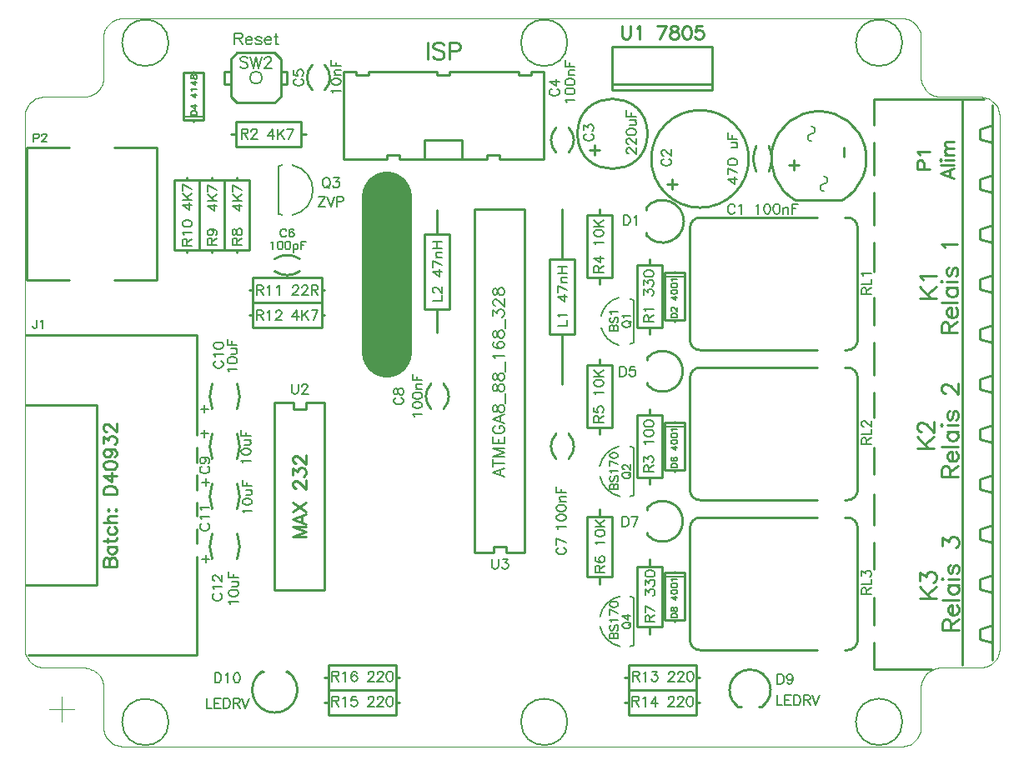
<source format=gto>
G04 CAM350  V5.0 Date:  Tue Dec 20 12:58:56 2011 *
G04 Database: g:\clients\patrick brunet\mini-optimiseur\retouche\mini_optimiser_cam350.pcb *
G04 Layer 10: OptiVi.gtl *
%FSLAX24Y24*%
%MOIN*%
%SFA1.000B1.000*%

%MIA0B0*%
%IPPOS*%
%ADD12C,0.00500*%
%ADD13C,0.00200*%
%ADD41C,0.01000*%
%ADD42C,0.00700*%
%ADD44C,0.20000*%
%LNOptiVi.gtl*%
%SRX1Y1I0J0*%
G54D12*
%LPD*%
G54D41*
X9000Y18250D02*
G01X9125D01*
Y18750*
X11875*
Y17750*
X9125*
Y18250*
X11875D02*
G01X12000D01*
X9000Y17250D02*
G01X9125D01*
Y17750*
X11875D02*
G01Y16750D01*
X9125*
Y17250*
X11875D02*
G01X12000D01*
G54D42*
G01X9275Y18444D02*
Y18050D01*
Y18444D02*
X9444D01*
X9500Y18425D01*
X9519Y18406D01*
X9538Y18369D01*
Y18331D01*
X9519Y18294D01*
X9500Y18275D01*
X9444Y18256D01*
X9275D01*
X9406D02*
X9538Y18050D01*
X9706Y18369D02*
X9744Y18387D01*
X9800Y18444D01*
Y18050D01*
X10081Y18369D02*
X10119Y18387D01*
X10175Y18444D01*
Y18050D01*
X10719Y18350D02*
Y18369D01*
X10737Y18406D01*
X10756Y18425D01*
X10794Y18444D01*
X10869D01*
X10906Y18425D01*
X10925Y18406D01*
X10944Y18369D01*
Y18331D01*
X10925Y18294D01*
X10887Y18237D01*
X10700Y18050D01*
X10962D01*
X11094Y18350D02*
Y18369D01*
X11112Y18406D01*
X11131Y18425D01*
X11169Y18444D01*
X11244D01*
X11281Y18425D01*
X11300Y18406D01*
X11319Y18369D01*
Y18331D01*
X11300Y18294D01*
X11262Y18237D01*
X11075Y18050D01*
X11337D01*
X11469Y18444D02*
Y18050D01*
Y18444D02*
X11637D01*
X11694Y18425D01*
X11712Y18406D01*
X11731Y18369D01*
Y18331D01*
X11712Y18294D01*
X11694Y18275D01*
X11637Y18256D01*
X11469D01*
X11600D02*
X11731Y18050D01*
G01X9275Y17444D02*
Y17050D01*
Y17444D02*
X9444D01*
X9500Y17425D01*
X9519Y17406D01*
X9538Y17369D01*
Y17331D01*
X9519Y17294D01*
X9500Y17275D01*
X9444Y17256D01*
X9275D01*
X9406D02*
X9538Y17050D01*
X9706Y17369D02*
X9744Y17387D01*
X9800Y17444D01*
Y17050D01*
X10044Y17350D02*
Y17369D01*
X10062Y17406D01*
X10081Y17425D01*
X10119Y17444D01*
X10194D01*
X10231Y17425D01*
X10250Y17406D01*
X10269Y17369D01*
Y17331D01*
X10250Y17294D01*
X10212Y17237D01*
X10025Y17050D01*
X10287D01*
X10887Y17444D02*
X10700Y17181D01*
X10981D01*
X10887Y17444D02*
Y17050D01*
X11094Y17444D02*
Y17050D01*
X11356Y17444D02*
X11094Y17181D01*
X11187Y17275D02*
X11356Y17050D01*
X11731Y17444D02*
X11544Y17050D01*
X11469Y17444D02*
X11731D01*
G01X363Y24503D02*
Y24175D01*
Y24503D02*
X503D01*
X550Y24487D01*
X566Y24472D01*
X581Y24441D01*
Y24394D01*
X566Y24362D01*
X550Y24347D01*
X503Y24331D01*
X363D01*
X691Y24425D02*
Y24441D01*
X706Y24472D01*
X722Y24487D01*
X753Y24503D01*
X816D01*
X847Y24487D01*
X862Y24472D01*
X878Y24441D01*
Y24409D01*
X862Y24378D01*
X831Y24331D01*
X675Y24175D01*
X894D01*
X5755Y975D02*
G75*
G03X5755Y975I-930D01*
G54D41*
X10000Y6250D02*
G01X12000D01*
Y6250D02*
G01Y13750D01*
X10000Y6250D02*
G01Y13750D01*
Y13750D02*
G01X10750D01*
Y13500*
X11250*
Y13750*
X12000*
G54D42*
G01X10681Y14494D02*
Y14213D01*
X10700Y14156D01*
X10738Y14119D01*
X10794Y14100D01*
X10831D01*
X10888Y14119D01*
X10925Y14156D01*
X10944Y14213D01*
Y14494D01*
X11094Y14400D02*
Y14419D01*
X11113Y14456D01*
X11131Y14475D01*
X11169Y14494D01*
X11244D01*
X11281Y14475D01*
X11300Y14456D01*
X11319Y14419D01*
Y14381D01*
X11300Y14344D01*
X11263Y14287D01*
X11075Y14100D01*
X11338D01*
G54D41*
X9500Y3000D02*
G03X10500Y3000I500J-750D01*
X12000Y2750D02*
G01X12150D01*
Y3250*
X14850*
Y2250*
X12150*
Y2750*
Y2250D02*
G01Y1250D01*
X14850*
Y2250*
Y2750D02*
G01X15000D01*
X14850Y1750D02*
G01X15000D01*
X12150D02*
G01X12000D01*
G54D42*
G01X12291Y2994D02*
Y2600D01*
Y2994D02*
X12459D01*
X12516Y2975D01*
X12534Y2956D01*
X12553Y2919D01*
Y2881D01*
X12534Y2844D01*
X12516Y2825D01*
X12459Y2806D01*
X12291D01*
X12422D02*
X12553Y2600D01*
X12722Y2919D02*
X12759Y2937D01*
X12816Y2994D01*
Y2600D01*
X13284Y2937D02*
X13266Y2975D01*
X13209Y2994D01*
X13172D01*
X13116Y2975D01*
X13078Y2919D01*
X13059Y2825D01*
Y2731D01*
X13078Y2656D01*
X13116Y2619D01*
X13172Y2600D01*
X13191D01*
X13247Y2619D01*
X13284Y2656D01*
X13303Y2713D01*
Y2731D01*
X13284Y2787D01*
X13247Y2825D01*
X13191Y2844D01*
X13172D01*
X13116Y2825D01*
X13078Y2787D01*
X13059Y2731D01*
X13734Y2900D02*
Y2919D01*
X13753Y2956D01*
X13772Y2975D01*
X13809Y2994D01*
X13884D01*
X13922Y2975D01*
X13941Y2956D01*
X13959Y2919D01*
Y2881D01*
X13941Y2844D01*
X13903Y2787D01*
X13716Y2600D01*
X13978D01*
X14109Y2900D02*
Y2919D01*
X14128Y2956D01*
X14147Y2975D01*
X14184Y2994D01*
X14259D01*
X14297Y2975D01*
X14316Y2956D01*
X14334Y2919D01*
Y2881D01*
X14316Y2844D01*
X14278Y2787D01*
X14091Y2600D01*
X14353D01*
X14578Y2994D02*
X14522Y2975D01*
X14484Y2919D01*
X14466Y2825D01*
Y2769D01*
X14484Y2675D01*
X14522Y2619D01*
X14578Y2600D01*
X14616D01*
X14672Y2619D01*
X14709Y2675D01*
X14728Y2769D01*
Y2825D01*
X14709Y2919D01*
X14672Y2975D01*
X14616Y2994D01*
X14578D01*
G01X12291Y1994D02*
Y1600D01*
Y1994D02*
X12459D01*
X12516Y1975D01*
X12534Y1956D01*
X12553Y1919D01*
Y1881D01*
X12534Y1844D01*
X12516Y1825D01*
X12459Y1806D01*
X12291D01*
X12422D02*
X12553Y1600D01*
X12722Y1919D02*
X12759Y1937D01*
X12816Y1994D01*
Y1600D01*
X13266Y1994D02*
X13078D01*
X13059Y1825D01*
X13078Y1844D01*
X13134Y1862D01*
X13191D01*
X13247Y1844D01*
X13284Y1806D01*
X13303Y1750D01*
Y1713D01*
X13284Y1656D01*
X13247Y1619D01*
X13191Y1600D01*
X13134D01*
X13078Y1619D01*
X13059Y1638D01*
X13041Y1675D01*
X13734Y1900D02*
Y1919D01*
X13753Y1956D01*
X13772Y1975D01*
X13809Y1994D01*
X13884D01*
X13922Y1975D01*
X13941Y1956D01*
X13959Y1919D01*
Y1881D01*
X13941Y1844D01*
X13903Y1787D01*
X13716Y1600D01*
X13978D01*
X14109Y1900D02*
Y1919D01*
X14128Y1956D01*
X14147Y1975D01*
X14184Y1994D01*
X14259D01*
X14297Y1975D01*
X14316Y1956D01*
X14334Y1919D01*
Y1881D01*
X14316Y1844D01*
X14278Y1787D01*
X14091Y1600D01*
X14353D01*
X14578Y1994D02*
X14522Y1975D01*
X14484Y1919D01*
X14466Y1825D01*
Y1769D01*
X14484Y1675D01*
X14522Y1619D01*
X14578Y1600D01*
X14616D01*
X14672Y1619D01*
X14709Y1675D01*
X14728Y1769D01*
Y1825D01*
X14709Y1919D01*
X14672Y1975D01*
X14616Y1994D01*
X14578D01*
G54D41*
X24000Y2750D02*
G01X24150D01*
Y3250*
X26850*
Y2250*
X24150*
Y2750*
X24000Y1750D02*
G01X24150D01*
Y2250*
X26850D02*
G01Y1250D01*
X24150*
Y1750*
X26850D02*
G01X27000D01*
X26850Y2750D02*
G01X27000D01*
G54D42*
G01X24305Y2994D02*
Y2600D01*
Y2994D02*
X24474D01*
X24530Y2975D01*
X24549Y2956D01*
X24568Y2919D01*
Y2881D01*
X24549Y2844D01*
X24530Y2825D01*
X24474Y2806D01*
X24305D01*
X24436D02*
X24568Y2600D01*
X24736Y2919D02*
X24774Y2937D01*
X24830Y2994D01*
Y2600D01*
X25093Y2994D02*
X25299D01*
X25186Y2844D01*
X25243D01*
X25280Y2825D01*
X25299Y2806D01*
X25318Y2750D01*
Y2713D01*
X25299Y2656D01*
X25261Y2619D01*
X25205Y2600D01*
X25149D01*
X25093Y2619D01*
X25074Y2638D01*
X25055Y2675D01*
X25749Y2900D02*
Y2919D01*
X25768Y2956D01*
X25786Y2975D01*
X25824Y2994D01*
X25899D01*
X25936Y2975D01*
X25955Y2956D01*
X25974Y2919D01*
Y2881D01*
X25955Y2844D01*
X25918Y2787D01*
X25730Y2600D01*
X25993D01*
X26124Y2900D02*
Y2919D01*
X26143Y2956D01*
X26161Y2975D01*
X26199Y2994D01*
X26274D01*
X26311Y2975D01*
X26330Y2956D01*
X26349Y2919D01*
Y2881D01*
X26330Y2844D01*
X26293Y2787D01*
X26105Y2600D01*
X26368D01*
X26593Y2994D02*
X26536Y2975D01*
X26499Y2919D01*
X26480Y2825D01*
Y2769D01*
X26499Y2675D01*
X26536Y2619D01*
X26593Y2600D01*
X26630D01*
X26686Y2619D01*
X26724Y2675D01*
X26743Y2769D01*
Y2825D01*
X26724Y2919D01*
X26686Y2975D01*
X26630Y2994D01*
X26593D01*
G01X24291Y1994D02*
Y1600D01*
Y1994D02*
X24459D01*
X24516Y1975D01*
X24534Y1956D01*
X24553Y1919D01*
Y1881D01*
X24534Y1844D01*
X24516Y1825D01*
X24459Y1806D01*
X24291D01*
X24422D02*
X24553Y1600D01*
X24722Y1919D02*
X24759Y1937D01*
X24816Y1994D01*
Y1600D01*
X25228Y1994D02*
X25041Y1731D01*
X25322D01*
X25228Y1994D02*
Y1600D01*
X25734Y1900D02*
Y1919D01*
X25753Y1956D01*
X25772Y1975D01*
X25809Y1994D01*
X25884D01*
X25922Y1975D01*
X25941Y1956D01*
X25959Y1919D01*
Y1881D01*
X25941Y1844D01*
X25903Y1787D01*
X25716Y1600D01*
X25978D01*
X26109Y1900D02*
Y1919D01*
X26128Y1956D01*
X26147Y1975D01*
X26184Y1994D01*
X26259D01*
X26297Y1975D01*
X26316Y1956D01*
X26334Y1919D01*
Y1881D01*
X26316Y1844D01*
X26278Y1787D01*
X26091Y1600D01*
X26353D01*
X26578Y1994D02*
X26522Y1975D01*
X26484Y1919D01*
X26466Y1825D01*
Y1769D01*
X26484Y1675D01*
X26522Y1619D01*
X26578Y1600D01*
X26616D01*
X26672Y1619D01*
X26709Y1675D01*
X26728Y1769D01*
Y1825D01*
X26709Y1919D01*
X26672Y1975D01*
X26616Y1994D01*
X26578D01*
G54D41*
X23000Y6500D02*
G01Y6800D01*
X22500*
Y9200*
X23500*
Y6800*
X23000*
Y9200D02*
G01Y9500D01*
G54D42*
G01X22806Y6969D02*
X23200D01*
X22806D02*
Y7138D01*
X22825Y7194D01*
X22844Y7213D01*
X22881Y7231D01*
X22919D01*
X22956Y7213D01*
X22975Y7194D01*
X22994Y7138D01*
Y6969D01*
Y7100D02*
X23200Y7231D01*
X22863Y7588D02*
X22825Y7569D01*
X22806Y7513D01*
Y7475D01*
X22825Y7419D01*
X22881Y7381D01*
X22975Y7363D01*
X23069D01*
X23144Y7381D01*
X23181Y7419D01*
X23200Y7475D01*
Y7494D01*
X23181Y7550D01*
X23144Y7588D01*
X23087Y7606D01*
X23069D01*
X23013Y7588D01*
X22975Y7550D01*
X22956Y7494D01*
Y7475D01*
X22975Y7419D01*
X23013Y7381D01*
X23069Y7363D01*
X22881Y8075D02*
X22863Y8113D01*
X22806Y8169D01*
X23200D01*
X22806Y8506D02*
X22825Y8450D01*
X22881Y8413D01*
X22975Y8394D01*
X23031D01*
X23125Y8413D01*
X23181Y8450D01*
X23200Y8506D01*
Y8544D01*
X23181Y8600D01*
X23125Y8638D01*
X23031Y8656D01*
X22975D01*
X22881Y8638D01*
X22825Y8600D01*
X22806Y8544D01*
Y8506D01*
Y8788D02*
X23200Y8787D01*
X22806Y9050D02*
X23069Y8788D01*
X22975Y8881D02*
X23200Y9050D01*
G54D41*
X25000Y4500D02*
G01Y4800D01*
X24500*
Y7200*
X25500*
Y4800*
X25000*
Y7200D02*
G01Y7500D01*
G54D42*
G01X24806Y4978D02*
X25200D01*
X24806D02*
Y5147D01*
X24825Y5203D01*
X24844Y5222D01*
X24881Y5241D01*
X24919D01*
X24956Y5222D01*
X24975Y5203D01*
X24994Y5147D01*
Y4978D01*
Y5109D02*
X25200Y5241D01*
X24806Y5616D02*
X25200Y5428D01*
X24806Y5353D02*
Y5616D01*
Y6066D02*
Y6272D01*
X24956Y6159D01*
Y6216D01*
X24975Y6253D01*
X24994Y6272D01*
X25050Y6291D01*
X25087D01*
X25144Y6272D01*
X25181Y6234D01*
X25200Y6178D01*
Y6122D01*
X25181Y6066D01*
X25162Y6047D01*
X25125Y6028D01*
X24806Y6441D02*
Y6647D01*
X24956Y6534D01*
Y6591D01*
X24975Y6628D01*
X24994Y6647D01*
X25050Y6666D01*
X25087D01*
X25144Y6647D01*
X25181Y6609D01*
X25200Y6553D01*
Y6497D01*
X25181Y6441D01*
X25162Y6422D01*
X25125Y6403D01*
X24806Y6891D02*
X24825Y6834D01*
X24881Y6797D01*
X24975Y6778D01*
X25031D01*
X25125Y6797D01*
X25181Y6834D01*
X25200Y6891D01*
Y6928D01*
X25181Y6984D01*
X25125Y7022D01*
X25031Y7041D01*
X24975D01*
X24881Y7022D01*
X24825Y6984D01*
X24806Y6928D01*
Y6891D01*
G54D41*
X26000Y5050D02*
G01X25600D01*
X26000D02*
G01X26400D01*
Y5050D02*
G01Y6950D01*
Y6950D02*
G01X25600D01*
G54D42*
X25500Y6800D02*
G01X26400D01*
G54D12*
G01X25838Y5144D02*
X26100D01*
X25838D02*
Y5231D01*
X25850Y5269D01*
X25875Y5294D01*
X25900Y5306D01*
X25938Y5319D01*
X26000D01*
X26038Y5306D01*
X26063Y5294D01*
X26088Y5269D01*
X26100Y5231D01*
Y5144D01*
X25838Y5456D02*
X25850Y5419D01*
X25875Y5406D01*
X25900D01*
X25925Y5419D01*
X25938Y5444D01*
X25950Y5494D01*
X25963Y5531D01*
X25988Y5556D01*
X26013Y5569D01*
X26050D01*
X26075Y5556D01*
X26088Y5544D01*
X26100Y5506D01*
Y5456D01*
X26088Y5419D01*
X26075Y5406D01*
X26050Y5394D01*
X26013D01*
X25988Y5406D01*
X25963Y5431D01*
X25950Y5469D01*
X25938Y5519D01*
X25925Y5544D01*
X25900Y5556D01*
X25875D01*
X25850Y5544D01*
X25838Y5506D01*
Y5456D01*
Y5969D02*
X26013Y5844D01*
Y6031D01*
X25838Y5969D02*
X26100D01*
X25838Y6169D02*
X25850Y6131D01*
X25888Y6106D01*
X25950Y6094D01*
X25988D01*
X26050Y6106D01*
X26088Y6131D01*
X26100Y6169D01*
Y6194D01*
X26088Y6231D01*
X26050Y6256D01*
X25988Y6269D01*
X25950D01*
X25888Y6256D01*
X25850Y6231D01*
X25838Y6194D01*
Y6169D01*
Y6419D02*
X25850Y6381D01*
X25888Y6356D01*
X25950Y6344D01*
X25988D01*
X26050Y6356D01*
X26088Y6381D01*
X26100Y6419D01*
Y6444D01*
X26088Y6481D01*
X26050Y6506D01*
X25988Y6519D01*
X25950D01*
X25888Y6506D01*
X25850Y6481D01*
X25838Y6444D01*
Y6419D01*
X25888Y6631D02*
X25875Y6656D01*
X25838Y6694D01*
X26100D01*
G54D41*
X26000Y6950D02*
G01Y7000D01*
Y5050D02*
G01Y5000D01*
X18750Y7750D02*
G01X18000D01*
Y21500*
X20000*
Y7750*
X19250*
Y8000*
X18750*
Y7750*
G54D42*
G01X18681Y7494D02*
Y7213D01*
X18700Y7156D01*
X18738Y7119D01*
X18794Y7100D01*
X18831D01*
X18888Y7119D01*
X18925Y7156D01*
X18944Y7213D01*
Y7494D01*
X19113D02*
X19319D01*
X19206Y7344D01*
X19263D01*
X19300Y7325D01*
X19319Y7306D01*
X19338Y7250D01*
Y7213D01*
X19319Y7156D01*
X19281Y7119D01*
X19225Y7100D01*
X19169D01*
X19113Y7119D01*
X19094Y7138D01*
X19075Y7175D01*
G01X18716Y10953D02*
X19175Y10778D01*
X18716Y10953D02*
X19175Y11128D01*
X19022Y10843D02*
Y11062D01*
X18716Y11325D02*
X19175D01*
X18716Y11172D02*
Y11478D01*
Y11587D02*
X19175D01*
X18716D02*
X19175Y11762D01*
X18716Y11937D02*
X19175Y11762D01*
X18716Y11937D02*
X19175D01*
X18716Y12112D02*
X19175D01*
X18716D02*
Y12397D01*
X18934Y12112D02*
Y12287D01*
X19175Y12112D02*
Y12397D01*
X18825Y12834D02*
X18781Y12812D01*
X18738Y12768D01*
X18716Y12725D01*
Y12637D01*
X18738Y12593D01*
X18781Y12550D01*
X18825Y12528D01*
X18891Y12506D01*
X19000D01*
X19066Y12528D01*
X19109Y12550D01*
X19153Y12593D01*
X19175Y12637D01*
Y12725D01*
X19153Y12768D01*
X19109Y12812D01*
X19066Y12834D01*
X19000D01*
Y12725D02*
Y12834D01*
X18716Y13097D02*
X19175Y12921D01*
X18716Y13097D02*
X19175Y13272D01*
X19022Y12987D02*
Y13206D01*
X18716Y13468D02*
X18738Y13403D01*
X18781Y13381D01*
X18825D01*
X18869Y13403D01*
X18891Y13446D01*
X18913Y13534D01*
X18934Y13600D01*
X18978Y13643D01*
X19022Y13665D01*
X19087D01*
X19131Y13643D01*
X19153Y13621D01*
X19175Y13556D01*
Y13468D01*
X19153Y13403D01*
X19131Y13381D01*
X19087Y13359D01*
X19022D01*
X18978Y13381D01*
X18934Y13425D01*
X18913Y13490D01*
X18891Y13578D01*
X18869Y13621D01*
X18825Y13643D01*
X18781D01*
X18738Y13621D01*
X18716Y13556D01*
Y13468D01*
X19219Y13731D02*
Y14125D01*
X18716Y14300D02*
X18738Y14234D01*
X18781Y14212D01*
X18825D01*
X18869Y14234D01*
X18891Y14278D01*
X18913Y14365D01*
X18934Y14431D01*
X18978Y14475D01*
X19022Y14496D01*
X19087D01*
X19131Y14475D01*
X19153Y14453D01*
X19175Y14387D01*
Y14300D01*
X19153Y14234D01*
X19131Y14212D01*
X19087Y14190D01*
X19022D01*
X18978Y14212D01*
X18934Y14256D01*
X18913Y14321D01*
X18891Y14409D01*
X18869Y14453D01*
X18825Y14475D01*
X18781D01*
X18738Y14453D01*
X18716Y14387D01*
Y14300D01*
Y14737D02*
X18738Y14671D01*
X18781Y14650D01*
X18825D01*
X18869Y14671D01*
X18891Y14715D01*
X18913Y14803D01*
X18934Y14868D01*
X18978Y14912D01*
X19022Y14934D01*
X19087D01*
X19131Y14912D01*
X19153Y14890D01*
X19175Y14825D01*
Y14737D01*
X19153Y14671D01*
X19131Y14650D01*
X19087Y14628D01*
X19022D01*
X18978Y14650D01*
X18934Y14693D01*
X18913Y14759D01*
X18891Y14846D01*
X18869Y14890D01*
X18825Y14912D01*
X18781D01*
X18738Y14890D01*
X18716Y14825D01*
Y14737D01*
X19219Y15000D02*
Y15393D01*
X18803Y15525D02*
X18781Y15568D01*
X18716Y15634D01*
X19175D01*
X18781Y16181D02*
X18738Y16159D01*
X18716Y16093D01*
Y16050D01*
X18738Y15984D01*
X18803Y15940D01*
X18913Y15918D01*
X19022D01*
X19109Y15940D01*
X19153Y15984D01*
X19175Y16050D01*
Y16071D01*
X19153Y16137D01*
X19109Y16181D01*
X19044Y16203D01*
X19022D01*
X18956Y16181D01*
X18913Y16137D01*
X18891Y16071D01*
Y16050D01*
X18913Y15984D01*
X18956Y15940D01*
X19022Y15918D01*
X18716Y16443D02*
X18738Y16378D01*
X18781Y16356D01*
X18825D01*
X18869Y16378D01*
X18891Y16421D01*
X18913Y16509D01*
X18934Y16575D01*
X18978Y16618D01*
X19022Y16640D01*
X19087D01*
X19131Y16618D01*
X19153Y16596D01*
X19175Y16531D01*
Y16443D01*
X19153Y16378D01*
X19131Y16356D01*
X19087Y16334D01*
X19022D01*
X18978Y16356D01*
X18934Y16400D01*
X18913Y16465D01*
X18891Y16553D01*
X18869Y16596D01*
X18825Y16618D01*
X18781D01*
X18738Y16596D01*
X18716Y16531D01*
Y16443D01*
X19219Y16706D02*
Y17100D01*
X18716Y17209D02*
Y17450D01*
X18891Y17318D01*
Y17384D01*
X18913Y17428D01*
X18934Y17450D01*
X19000Y17471D01*
X19044D01*
X19109Y17450D01*
X19153Y17406D01*
X19175Y17340D01*
Y17275D01*
X19153Y17209D01*
X19131Y17187D01*
X19087Y17165D01*
X18825Y17625D02*
X18803D01*
X18759Y17646D01*
X18738Y17668D01*
X18716Y17712D01*
Y17800D01*
X18738Y17843D01*
X18759Y17865D01*
X18803Y17887D01*
X18847D01*
X18891Y17865D01*
X18956Y17821D01*
X19175Y17603D01*
Y17909D01*
X18716Y18150D02*
X18738Y18084D01*
X18781Y18062D01*
X18825D01*
X18869Y18084D01*
X18891Y18128D01*
X18913Y18215D01*
X18934Y18281D01*
X18978Y18325D01*
X19022Y18346D01*
X19087D01*
X19131Y18325D01*
X19153Y18303D01*
X19175Y18237D01*
Y18150D01*
X19153Y18084D01*
X19131Y18062D01*
X19087Y18040D01*
X19022D01*
X18978Y18062D01*
X18934Y18106D01*
X18913Y18171D01*
X18891Y18259D01*
X18869Y18303D01*
X18825Y18325D01*
X18781D01*
X18738Y18303D01*
X18716Y18237D01*
Y18150D01*
G54D41*
X16500Y16550D02*
G01Y17500D01*
X16000*
Y20500*
X17000*
Y17500*
X16500*
Y20500D02*
G01Y21450D01*
G54D42*
G01X16306Y17819D02*
X16700D01*
Y17819D02*
Y18044D01*
X16400Y18138D02*
X16381D01*
X16344Y18156D01*
X16325Y18175D01*
X16306Y18213D01*
Y18288D01*
X16325Y18325D01*
X16344Y18344D01*
X16381Y18363D01*
X16419D01*
X16456Y18344D01*
X16513Y18306D01*
X16700Y18119D01*
Y18381D01*
X16306Y18981D02*
X16569Y18794D01*
Y19075D01*
X16306Y18981D02*
X16700D01*
X16306Y19431D02*
X16700Y19244D01*
X16306Y19169D02*
Y19431D01*
X16438Y19563D02*
X16700Y19562D01*
X16513Y19563D02*
X16456Y19619D01*
X16438Y19656D01*
Y19713D01*
X16456Y19750D01*
X16513Y19769D01*
X16700D01*
X16306Y19919D02*
X16700D01*
X16306Y20181D02*
X16700D01*
X16494Y19919D02*
Y20181D01*
G54D41*
X21500Y16500D02*
G01X21000D01*
Y19500*
X22000*
Y16500*
X21500*
Y16500D02*
G01Y14500D01*
Y19500D02*
G01Y21500D01*
G54D42*
G01X21306Y16819D02*
X21700D01*
Y16819D02*
Y17044D01*
X21381Y17175D02*
X21363Y17213D01*
X21306Y17269D01*
X21700D01*
X21306Y17981D02*
X21569Y17794D01*
Y18075D01*
X21306Y17981D02*
X21700D01*
X21306Y18431D02*
X21700Y18244D01*
X21306Y18169D02*
Y18431D01*
X21438Y18563D02*
X21700Y18562D01*
X21513Y18563D02*
X21456Y18619D01*
X21438Y18656D01*
Y18713D01*
X21456Y18750D01*
X21513Y18769D01*
X21700D01*
X21306Y18919D02*
X21700D01*
X21306Y19181D02*
X21700D01*
X21494Y18919D02*
Y19181D01*
G54D41*
X6500Y19750D02*
G01Y19850D01*
X6000*
Y22600*
Y22650*
X7000*
Y19850*
X6500*
Y22650D02*
G01Y22750D01*
X7000Y22650D02*
G01X8000D01*
Y19850*
X7000*
X7500D02*
G01Y19750D01*
Y22650D02*
G01Y22750D01*
X8000Y22650D02*
G01X9000D01*
Y19850*
X8000*
X8500D02*
G01Y19750D01*
Y22650D02*
G01Y22750D01*
G54D42*
G01X6306Y20031D02*
X6700D01*
X6306D02*
Y20200D01*
X6325Y20256D01*
X6344Y20275D01*
X6381Y20294D01*
X6419D01*
X6456Y20275D01*
X6475Y20256D01*
X6494Y20200D01*
Y20031D01*
Y20163D02*
X6700Y20294D01*
X6381Y20463D02*
X6363Y20500D01*
X6306Y20556D01*
X6700D01*
X6306Y20894D02*
X6325Y20838D01*
X6381Y20800D01*
X6475Y20781D01*
X6531D01*
X6625Y20800D01*
X6681Y20838D01*
X6700Y20894D01*
Y20931D01*
X6681Y20988D01*
X6625Y21025D01*
X6531Y21044D01*
X6475D01*
X6381Y21025D01*
X6325Y20988D01*
X6306Y20931D01*
Y20894D01*
Y21644D02*
X6569Y21456D01*
Y21738D01*
X6306Y21644D02*
X6700D01*
X6306Y21850D02*
X6700D01*
X6306Y22113D02*
X6569Y21850D01*
X6475Y21944D02*
X6700Y22113D01*
X6306Y22487D02*
X6700Y22300D01*
X6306Y22225D02*
Y22487D01*
G01X7306Y20069D02*
X7700D01*
X7306D02*
Y20238D01*
X7325Y20294D01*
X7344Y20313D01*
X7381Y20331D01*
X7419D01*
X7456Y20313D01*
X7475Y20294D01*
X7494Y20238D01*
Y20069D01*
Y20200D02*
X7700Y20331D01*
X7438Y20688D02*
X7494Y20669D01*
X7531Y20631D01*
X7550Y20575D01*
Y20556D01*
X7531Y20500D01*
X7494Y20463D01*
X7438Y20444D01*
X7419D01*
X7363Y20463D01*
X7325Y20500D01*
X7306Y20556D01*
Y20575D01*
X7325Y20631D01*
X7363Y20669D01*
X7438Y20688D01*
X7531D01*
X7625Y20669D01*
X7681Y20631D01*
X7700Y20575D01*
Y20538D01*
X7681Y20481D01*
X7644Y20462D01*
X7306Y21606D02*
X7569Y21419D01*
Y21700D01*
X7306Y21606D02*
X7700D01*
X7306Y21813D02*
X7700Y21812D01*
X7306Y22075D02*
X7569Y21813D01*
X7475Y21906D02*
X7700Y22075D01*
X7306Y22450D02*
X7700Y22262D01*
X7306Y22187D02*
Y22450D01*
G01X8306Y20069D02*
X8700D01*
X8306D02*
Y20238D01*
X8325Y20294D01*
X8344Y20313D01*
X8381Y20331D01*
X8419D01*
X8456Y20313D01*
X8475Y20294D01*
X8494Y20238D01*
Y20069D01*
Y20200D02*
X8700Y20331D01*
X8306Y20538D02*
X8325Y20481D01*
X8363Y20463D01*
X8400D01*
X8438Y20481D01*
X8456Y20519D01*
X8475Y20594D01*
X8494Y20650D01*
X8531Y20688D01*
X8569Y20706D01*
X8625D01*
X8662Y20688D01*
X8681Y20669D01*
X8700Y20613D01*
Y20538D01*
X8681Y20481D01*
X8662Y20462D01*
X8625Y20444D01*
X8569D01*
X8531Y20463D01*
X8494Y20500D01*
X8475Y20556D01*
X8456Y20631D01*
X8438Y20669D01*
X8400Y20688D01*
X8363D01*
X8325Y20669D01*
X8306Y20613D01*
Y20538D01*
Y21606D02*
X8569Y21419D01*
Y21700D01*
X8306Y21606D02*
X8700D01*
X8306Y21813D02*
X8700Y21812D01*
X8306Y22075D02*
X8569Y21813D01*
X8475Y21906D02*
X8700Y22075D01*
X8306Y22450D02*
X8700Y22262D01*
X8306Y22187D02*
Y22450D01*
G54D41*
X8250Y24500D02*
G01X8450D01*
Y25000*
X11050*
Y24000*
X8450*
Y24500*
G54D42*
G01X8669Y24694D02*
Y24300D01*
Y24694D02*
X8838D01*
X8894Y24675D01*
X8913Y24656D01*
X8931Y24619D01*
Y24581D01*
X8913Y24544D01*
X8894Y24525D01*
X8838Y24506D01*
X8669D01*
X8800D02*
X8931Y24300D01*
X9063Y24600D02*
Y24619D01*
X9081Y24656D01*
X9100Y24675D01*
X9138Y24694D01*
X9213D01*
X9250Y24675D01*
X9269Y24656D01*
X9288Y24619D01*
Y24581D01*
X9269Y24544D01*
X9231Y24487D01*
X9044Y24300D01*
X9306D01*
X9906Y24694D02*
X9719Y24431D01*
X10000D01*
X9906Y24694D02*
Y24300D01*
X10113Y24694D02*
Y24300D01*
X10375Y24694D02*
X10113Y24431D01*
X10206Y24525D02*
X10375Y24300D01*
X10750Y24694D02*
X10562Y24300D01*
X10487Y24694D02*
X10750D01*
G54D41*
X11050Y24500D02*
G01X11250D01*
X9500Y3000D02*
G01X9550D01*
X10500D02*
G01X10450D01*
G54D42*
G01X7603Y2944D02*
Y2550D01*
Y2944D02*
X7734D01*
X7791Y2925D01*
X7828Y2887D01*
X7847Y2850D01*
X7866Y2794D01*
Y2700D01*
X7847Y2644D01*
X7828Y2606D01*
X7791Y2569D01*
X7734Y2550D01*
X7603D01*
X8034Y2869D02*
X8072Y2887D01*
X8128Y2944D01*
Y2550D01*
X8466Y2944D02*
X8409Y2925D01*
X8372Y2869D01*
X8353Y2775D01*
Y2719D01*
X8372Y2625D01*
X8409Y2569D01*
X8466Y2550D01*
X8503D01*
X8559Y2569D01*
X8597Y2625D01*
X8616Y2719D01*
Y2775D01*
X8597Y2869D01*
X8559Y2925D01*
X8503Y2944D01*
X8466D01*
G01X7275Y1923D02*
Y1529D01*
Y1529D02*
X7500D01*
X7594Y1923D02*
Y1529D01*
Y1923D02*
X7838D01*
X7594Y1736D02*
X7744D01*
X7594Y1529D02*
X7838D01*
X7950Y1923D02*
Y1529D01*
Y1923D02*
X8081D01*
X8138Y1904D01*
X8175Y1867D01*
X8194Y1829D01*
X8213Y1773D01*
Y1679D01*
X8194Y1623D01*
X8175Y1586D01*
X8138Y1548D01*
X8081Y1529D01*
X7950D01*
X8344Y1923D02*
Y1529D01*
Y1923D02*
X8512D01*
X8569Y1904D01*
X8587Y1886D01*
X8606Y1848D01*
Y1811D01*
X8587Y1773D01*
X8569Y1754D01*
X8512Y1736D01*
X8344D01*
X8475D02*
X8606Y1529D01*
X8681Y1923D02*
X8831Y1529D01*
X8981Y1923D02*
X8831Y1529D01*
G54D41*
X6750Y25000D02*
G01Y25050D01*
X6350*
Y26950*
X7150*
Y25050*
X6750*
Y26950D02*
G01Y27000D01*
G54D42*
X6350Y25200D02*
G01X7150D01*
G54D12*
G01X6638Y25244D02*
X6900D01*
X6638D02*
Y25331D01*
X6650Y25369D01*
X6675Y25394D01*
X6700Y25406D01*
X6738Y25419D01*
X6800D01*
X6838Y25406D01*
X6863Y25394D01*
X6888Y25369D01*
X6900Y25331D01*
Y25244D01*
X6638Y25619D02*
X6813Y25494D01*
Y25681D01*
X6638Y25619D02*
X6900D01*
X6638Y26069D02*
X6813Y25944D01*
Y26131D01*
X6638Y26069D02*
X6900D01*
X6688Y26231D02*
X6675Y26256D01*
X6638Y26294D01*
X6900D01*
X6638Y26569D02*
X6813Y26444D01*
Y26631D01*
X6638Y26569D02*
X6900D01*
X6638Y26756D02*
X6650Y26719D01*
X6675Y26706D01*
X6700D01*
X6725Y26719D01*
X6738Y26744D01*
X6750Y26794D01*
X6763Y26831D01*
X6788Y26856D01*
X6813Y26869D01*
X6850D01*
X6875Y26856D01*
X6888Y26844D01*
X6900Y26806D01*
Y26756D01*
X6888Y26719D01*
X6875Y26706D01*
X6850Y26694D01*
X6813D01*
X6788Y26706D01*
X6763Y26731D01*
X6750Y26769D01*
X6738Y26819D01*
X6725Y26844D01*
X6700Y26856D01*
X6675D01*
X6650Y26844D01*
X6638Y26806D01*
Y26756D01*
G54D41*
X8500Y27750D02*
G01X8250Y27500D01*
Y26000*
X8500Y25750*
X10000*
X10250Y26000*
Y27500*
X10000Y27750*
X8500*
X8250Y27000D02*
G01X8000D01*
Y26500*
X8250*
X10250Y27000D02*
G01X10500D01*
Y26500*
X10250*
G54D42*
G01X8922Y27519D02*
X8878Y27562D01*
X8813Y27584D01*
X8725D01*
X8659Y27562D01*
X8616Y27519D01*
Y27475D01*
X8638Y27431D01*
X8659Y27409D01*
X8703Y27387D01*
X8834Y27344D01*
X8878Y27322D01*
X8900Y27300D01*
X8922Y27256D01*
Y27191D01*
X8878Y27147D01*
X8813Y27125D01*
X8725D01*
X8659Y27147D01*
X8616Y27191D01*
X9031Y27584D02*
X9141Y27125D01*
X9250Y27584D02*
X9141Y27125D01*
X9250Y27584D02*
X9359Y27125D01*
X9469Y27584D02*
X9359Y27125D01*
X9600Y27475D02*
Y27497D01*
X9622Y27541D01*
X9644Y27562D01*
X9688Y27584D01*
X9775D01*
X9819Y27562D01*
X9841Y27541D01*
X9863Y27497D01*
Y27453D01*
X9841Y27409D01*
X9797Y27344D01*
X9578Y27125D01*
X9884D01*
G01X8397Y28534D02*
Y28075D01*
Y28534D02*
X8594D01*
X8659Y28512D01*
X8681Y28491D01*
X8703Y28447D01*
Y28403D01*
X8681Y28359D01*
X8659Y28337D01*
X8594Y28316D01*
X8397D01*
X8550D02*
X8703Y28075D01*
X8834Y28250D02*
X9097D01*
Y28294D01*
X9075Y28337D01*
X9053Y28359D01*
X9009Y28381D01*
X8944D01*
X8900Y28359D01*
X8856Y28316D01*
X8834Y28250D01*
Y28206D01*
X8856Y28141D01*
X8900Y28097D01*
X8944Y28075D01*
X9009D01*
X9053Y28097D01*
X9097Y28141D01*
X9469Y28316D02*
X9447Y28359D01*
X9381Y28381D01*
X9316D01*
X9250Y28359D01*
X9228Y28316D01*
X9250Y28272D01*
X9294Y28250D01*
X9403Y28228D01*
X9447Y28206D01*
X9469Y28163D01*
Y28141D01*
X9447Y28097D01*
X9381Y28075D01*
X9316D01*
X9250Y28097D01*
X9228Y28141D01*
X9600Y28250D02*
X9862D01*
Y28294D01*
X9841Y28337D01*
X9819Y28359D01*
X9775Y28381D01*
X9709D01*
X9666Y28359D01*
X9622Y28316D01*
X9600Y28250D01*
Y28206D01*
X9622Y28141D01*
X9666Y28097D01*
X9709Y28075D01*
X9775D01*
X9819Y28097D01*
X9862Y28141D01*
X10037Y28534D02*
Y28163D01*
X10059Y28097D01*
X10103Y28075D01*
X10147D01*
X9972Y28381D02*
X10125D01*
X9500Y26750D02*
G03X9500Y26750I-250D01*
G54D41*
X10000Y19000D02*
G03X11000Y19000I500J750D01*
Y19500D02*
G03X10000Y19500I-500J-750D01*
G54D42*
G01X9836Y20141D02*
X9867Y20156D01*
X9914Y20203D01*
Y19875D01*
X10195Y20203D02*
X10148Y20187D01*
X10117Y20141D01*
X10102Y20062D01*
Y20016D01*
X10117Y19938D01*
X10148Y19891D01*
X10195Y19875D01*
X10227D01*
X10273Y19891D01*
X10305Y19938D01*
X10320Y20016D01*
Y20062D01*
X10305Y20141D01*
X10273Y20187D01*
X10227Y20203D01*
X10195D01*
X10508D02*
X10461Y20187D01*
X10430Y20141D01*
X10414Y20062D01*
Y20016D01*
X10430Y19938D01*
X10461Y19891D01*
X10508Y19875D01*
X10539D01*
X10586Y19891D01*
X10617Y19938D01*
X10633Y20016D01*
Y20062D01*
X10617Y20141D01*
X10586Y20187D01*
X10539Y20203D01*
X10508D01*
X10742Y20094D02*
Y19766D01*
Y20047D02*
X10773Y20078D01*
X10805Y20094D01*
X10852D01*
X10883Y20078D01*
X10914Y20047D01*
X10930Y20000D01*
Y19969D01*
X10914Y19922D01*
X10883Y19891D01*
X10852Y19875D01*
X10805D01*
X10773Y19891D01*
X10742Y19922D01*
X11039Y20203D02*
Y19875D01*
Y20203D02*
X11242D01*
X11039Y20047D02*
X11164D01*
G01X10461Y20625D02*
X10445Y20656D01*
X10414Y20687D01*
X10383Y20703D01*
X10320D01*
X10289Y20687D01*
X10258Y20656D01*
X10242Y20625D01*
X10227Y20578D01*
Y20500D01*
X10242Y20453D01*
X10258Y20422D01*
X10289Y20391D01*
X10320Y20375D01*
X10383D01*
X10414Y20391D01*
X10445Y20422D01*
X10461Y20453D01*
X10758Y20656D02*
X10742Y20687D01*
X10695Y20703D01*
X10664D01*
X10617Y20687D01*
X10586Y20641D01*
X10570Y20562D01*
Y20484D01*
X10586Y20422D01*
X10617Y20391D01*
X10664Y20375D01*
X10680D01*
X10727Y20391D01*
X10758Y20422D01*
X10773Y20469D01*
Y20484D01*
X10758Y20531D01*
X10727Y20562D01*
X10680Y20578D01*
X10664D01*
X10617Y20562D01*
X10586Y20531D01*
X10570Y20484D01*
G01X12025Y22744D02*
X11988Y22725D01*
X11950Y22687D01*
X11931Y22650D01*
X11913Y22594D01*
Y22500D01*
X11931Y22444D01*
X11950Y22406D01*
X11988Y22369D01*
X12025Y22350D01*
X12100D01*
X12138Y22369D01*
X12175Y22406D01*
X12194Y22444D01*
X12213Y22500D01*
Y22594D01*
X12194Y22650D01*
X12175Y22687D01*
X12138Y22725D01*
X12100Y22744D01*
X12025D01*
X12081Y22425D02*
X12194Y22313D01*
X12363Y22744D02*
X12569D01*
X12456Y22594D01*
X12513D01*
X12550Y22575D01*
X12569Y22556D01*
X12588Y22500D01*
Y22463D01*
X12569Y22406D01*
X12531Y22369D01*
X12475Y22350D01*
X12419D01*
X12363Y22369D01*
X12344Y22388D01*
X12325Y22425D01*
G01X12016Y21994D02*
X11753Y21600D01*
Y21994D02*
X12016D01*
X11753Y21600D02*
X12016D01*
X12091Y21994D02*
X12241Y21600D01*
X12391Y21994D02*
X12241Y21600D01*
X12484Y21994D02*
Y21600D01*
Y21994D02*
X12653D01*
X12709Y21975D01*
X12728Y21956D01*
X12747Y21919D01*
Y21862D01*
X12728Y21825D01*
X12709Y21806D01*
X12653Y21787D01*
X12484D01*
G54D41*
X12000Y26250D02*
G03X12000Y27250I-500J500D01*
X11500D02*
G03X11500Y26250I500J-500D01*
G54D42*
G01X10850Y26703D02*
X10813Y26684D01*
X10775Y26647D01*
X10756Y26609D01*
Y26534D01*
X10775Y26497D01*
X10813Y26459D01*
X10850Y26441D01*
X10906Y26422D01*
X11000D01*
X11056Y26441D01*
X11094Y26459D01*
X11131Y26497D01*
X11150Y26534D01*
Y26609D01*
X11131Y26647D01*
X11094Y26684D01*
X11056Y26703D01*
X10756Y27041D02*
Y26853D01*
X10925Y26834D01*
X10906Y26853D01*
X10888Y26909D01*
Y26966D01*
X10906Y27022D01*
X10944Y27059D01*
X11000Y27078D01*
X11037D01*
X11094Y27059D01*
X11131Y27022D01*
X11150Y26966D01*
Y26909D01*
X11131Y26853D01*
X11112Y26834D01*
X11075Y26816D01*
G01X12331Y26141D02*
X12313Y26178D01*
X12256Y26234D01*
X12650D01*
X12256Y26572D02*
X12275Y26516D01*
X12331Y26478D01*
X12425Y26459D01*
X12481D01*
X12575Y26478D01*
X12631Y26516D01*
X12650Y26572D01*
Y26609D01*
X12631Y26666D01*
X12575Y26703D01*
X12481Y26722D01*
X12425D01*
X12331Y26703D01*
X12275Y26666D01*
X12256Y26609D01*
Y26572D01*
X12388Y26853D02*
X12650D01*
X12463D02*
X12406Y26909D01*
X12388Y26947D01*
Y27003D01*
X12406Y27041D01*
X12463Y27059D01*
X12650D01*
X12256Y27209D02*
X12650D01*
X12256D02*
Y27453D01*
X12444Y27209D02*
Y27359D01*
G54D41*
X16000Y23500D02*
G01X17500D01*
G01X16109Y28156D02*
Y27500D01*
X16766Y28062D02*
X16703Y28125D01*
X16609Y28156D01*
X16484D01*
X16391Y28125D01*
X16328Y28062D01*
Y28000D01*
X16359Y27937D01*
X16391Y27906D01*
X16453Y27875D01*
X16641Y27812D01*
X16703Y27781D01*
X16734Y27750D01*
X16766Y27688D01*
Y27594D01*
X16703Y27531D01*
X16609Y27500D01*
X16484D01*
X16391Y27531D01*
X16328Y27594D01*
X16984Y28156D02*
Y27500D01*
Y28156D02*
X17266D01*
X17359Y28125D01*
X17391Y28094D01*
X17422Y28031D01*
Y27937D01*
X17391Y27875D01*
X17359Y27844D01*
X17266Y27812D01*
X16984D01*
X21750Y23750D02*
G03X21750Y24750I-500J500D01*
X21250D02*
G03X21250Y23750I500J-500D01*
X16750Y13500D02*
G03X16750Y14500I-500J500D01*
X16250D02*
G03X16250Y13500I500J-500D01*
X21750Y11500D02*
G03X21750Y12500I-500J500D01*
X21250D02*
G03X21250Y11500I500J-500D01*
X23500Y28000D02*
G01X27500D01*
Y26500*
X23500*
Y28000*
Y26500D02*
G01Y26250D01*
X27500*
Y26500*
G01X23875Y28825D02*
Y28450D01*
X23900Y28375D01*
X23950Y28325D01*
X24025Y28300D01*
X24075D01*
X24150Y28325D01*
X24200Y28375D01*
X24225Y28450D01*
Y28825D01*
X24475Y28725D02*
X24525Y28750D01*
X24600Y28825D01*
Y28300D01*
X25650Y28825D02*
X25400Y28300D01*
X25300Y28825D02*
X25650D01*
X25925D02*
X25850Y28800D01*
X25825Y28750D01*
Y28700D01*
X25850Y28650D01*
X25900Y28625D01*
X26000Y28600D01*
X26075Y28575D01*
X26125Y28525D01*
X26150Y28475D01*
Y28400D01*
X26125Y28350D01*
X26100Y28325D01*
X26025Y28300D01*
X25925D01*
X25850Y28325D01*
X25825Y28350D01*
X25800Y28400D01*
Y28475D01*
X25825Y28525D01*
X25875Y28575D01*
X25950Y28600D01*
X26050Y28625D01*
X26100Y28650D01*
X26125Y28700D01*
Y28750D01*
X26100Y28800D01*
X26025Y28825D01*
X25925D01*
X26450D02*
X26375Y28800D01*
X26325Y28725D01*
X26300Y28600D01*
Y28525D01*
X26325Y28400D01*
X26375Y28325D01*
X26450Y28300D01*
X26500D01*
X26575Y28325D01*
X26625Y28400D01*
X26650Y28525D01*
Y28600D01*
X26625Y28725D01*
X26575Y28800D01*
X26500Y28825D01*
X26450D01*
X27100D02*
X26850D01*
X26825Y28600D01*
X26850Y28625D01*
X26925Y28650D01*
X27000D01*
X27075Y28625D01*
X27125Y28575D01*
X27150Y28500D01*
Y28450D01*
X27125Y28375D01*
X27075Y28325D01*
X27000Y28300D01*
X26925D01*
X26850Y28325D01*
X26825Y28350D01*
X26800Y28400D01*
G01X10725Y8375D02*
X11250D01*
X10725D02*
X11250Y8575D01*
X10725Y8775D02*
X11250Y8575D01*
X10725Y8775D02*
X11250D01*
X10725Y9100D02*
X11250Y8900D01*
X10725Y9100D02*
X11250Y9300D01*
X11075Y8975D02*
Y9225D01*
X10725Y9400D02*
X11250Y9750D01*
X10725D02*
X11250Y9400D01*
X10850Y10325D02*
X10825D01*
X10775Y10350D01*
X10750Y10375D01*
X10725Y10425D01*
Y10525D01*
X10750Y10575D01*
X10775Y10600D01*
X10825Y10625D01*
X10875D01*
X10925Y10600D01*
X11000Y10550D01*
X11250Y10300D01*
Y10650D01*
X10725Y10850D02*
Y11125D01*
X10925Y10975D01*
Y11050D01*
X10950Y11100D01*
X10975Y11125D01*
X11050Y11150D01*
X11100D01*
X11175Y11125D01*
X11225Y11075D01*
X11250Y11000D01*
Y10925D01*
X11225Y10850D01*
X11200Y10825D01*
X11150Y10800D01*
X10850Y11325D02*
X10825D01*
X10775Y11350D01*
X10750Y11375D01*
X10725Y11425D01*
Y11525D01*
X10750Y11575D01*
X10775Y11600D01*
X10825Y11625D01*
X10875D01*
X10925Y11600D01*
X11000Y11550D01*
X11250Y11300D01*
Y11650D01*
G54D42*
G01X15581Y13203D02*
X15563Y13241D01*
X15506Y13297D01*
X15900D01*
X15506Y13634D02*
X15525Y13578D01*
X15581Y13541D01*
X15675Y13522D01*
X15731D01*
X15825Y13541D01*
X15881Y13578D01*
X15900Y13634D01*
Y13672D01*
X15881Y13728D01*
X15825Y13766D01*
X15731Y13784D01*
X15675D01*
X15581Y13766D01*
X15525Y13728D01*
X15506Y13672D01*
Y13634D01*
Y14009D02*
X15525Y13953D01*
X15581Y13916D01*
X15675Y13897D01*
X15731D01*
X15825Y13916D01*
X15881Y13953D01*
X15900Y14009D01*
Y14047D01*
X15881Y14103D01*
X15825Y14141D01*
X15731Y14159D01*
X15675D01*
X15581Y14141D01*
X15525Y14103D01*
X15506Y14047D01*
Y14009D01*
X15638Y14291D02*
X15900D01*
X15713D02*
X15656Y14347D01*
X15638Y14384D01*
Y14441D01*
X15656Y14478D01*
X15713Y14497D01*
X15900D01*
X15506Y14647D02*
X15900D01*
X15506D02*
Y14891D01*
X15694Y14647D02*
Y14797D01*
G01X14850Y13953D02*
X14813Y13934D01*
X14775Y13897D01*
X14756Y13859D01*
Y13784D01*
X14775Y13747D01*
X14813Y13709D01*
X14850Y13691D01*
X14906Y13672D01*
X15000D01*
X15056Y13691D01*
X15094Y13709D01*
X15131Y13747D01*
X15150Y13784D01*
Y13859D01*
X15131Y13897D01*
X15094Y13934D01*
X15056Y13953D01*
X14756Y14159D02*
X14775Y14103D01*
X14813Y14084D01*
X14850D01*
X14888Y14103D01*
X14906Y14141D01*
X14925Y14216D01*
X14944Y14272D01*
X14981Y14309D01*
X15019Y14328D01*
X15075D01*
X15112Y14309D01*
X15131Y14291D01*
X15150Y14234D01*
Y14159D01*
X15131Y14103D01*
X15112Y14084D01*
X15075Y14066D01*
X15019D01*
X14981Y14084D01*
X14944Y14122D01*
X14925Y14178D01*
X14906Y14253D01*
X14888Y14291D01*
X14850Y14309D01*
X14813D01*
X14775Y14291D01*
X14756Y14234D01*
Y14159D01*
G01X21331Y8703D02*
X21313Y8741D01*
X21256Y8797D01*
X21650D01*
X21256Y9134D02*
X21275Y9078D01*
X21331Y9041D01*
X21425Y9022D01*
X21481D01*
X21575Y9041D01*
X21631Y9078D01*
X21650Y9134D01*
Y9172D01*
X21631Y9228D01*
X21575Y9266D01*
X21481Y9284D01*
X21425D01*
X21331Y9266D01*
X21275Y9228D01*
X21256Y9172D01*
Y9134D01*
Y9509D02*
X21275Y9453D01*
X21331Y9416D01*
X21425Y9397D01*
X21481D01*
X21575Y9416D01*
X21631Y9453D01*
X21650Y9509D01*
Y9547D01*
X21631Y9603D01*
X21575Y9641D01*
X21481Y9659D01*
X21425D01*
X21331Y9641D01*
X21275Y9603D01*
X21256Y9547D01*
Y9509D01*
X21388Y9791D02*
X21650D01*
X21463D02*
X21406Y9847D01*
X21388Y9884D01*
Y9941D01*
X21406Y9978D01*
X21463Y9997D01*
X21650D01*
X21256Y10147D02*
X21650D01*
X21256D02*
Y10391D01*
X21444Y10147D02*
Y10297D01*
G01X21350Y7953D02*
X21313Y7934D01*
X21275Y7897D01*
X21256Y7859D01*
Y7784D01*
X21275Y7747D01*
X21313Y7709D01*
X21350Y7691D01*
X21406Y7672D01*
X21500D01*
X21556Y7691D01*
X21594Y7709D01*
X21631Y7747D01*
X21650Y7784D01*
Y7859D01*
X21631Y7897D01*
X21594Y7934D01*
X21556Y7953D01*
X21256Y8328D02*
X21650Y8141D01*
X21256Y8066D02*
Y8328D01*
G54D41*
X23000Y21500D02*
G01Y21250D01*
X22500*
Y18750*
X23500*
Y21250*
X23000*
Y18750D02*
G01Y18500D01*
G54D42*
G01X22756Y18969D02*
X23150D01*
X22756D02*
Y19138D01*
X22775Y19194D01*
X22794Y19213D01*
X22831Y19231D01*
X22869D01*
X22906Y19213D01*
X22925Y19194D01*
X22944Y19138D01*
Y18969D01*
Y19100D02*
X23150Y19231D01*
X22756Y19531D02*
X23019Y19344D01*
Y19625D01*
X22756Y19531D02*
X23150D01*
X22831Y20075D02*
X22813Y20113D01*
X22756Y20169D01*
X23150D01*
X22756Y20506D02*
X22775Y20450D01*
X22831Y20413D01*
X22925Y20394D01*
X22981D01*
X23075Y20413D01*
X23131Y20450D01*
X23150Y20506D01*
Y20544D01*
X23131Y20600D01*
X23075Y20638D01*
X22981Y20656D01*
X22925D01*
X22831Y20638D01*
X22775Y20600D01*
X22756Y20544D01*
Y20506D01*
Y20788D02*
X23150Y20787D01*
X22756Y21050D02*
X23019Y20788D01*
X22925Y20881D02*
X23150Y21050D01*
G54D41*
X23000Y15500D02*
G01Y15250D01*
X22500*
Y12750*
X23500*
Y15250*
X23000*
Y12750D02*
G01Y12500D01*
G54D42*
G01X22756Y12969D02*
X23150D01*
X22756D02*
Y13138D01*
X22775Y13194D01*
X22794Y13213D01*
X22831Y13231D01*
X22869D01*
X22906Y13213D01*
X22925Y13194D01*
X22944Y13138D01*
Y12969D01*
Y13100D02*
X23150Y13231D01*
X22756Y13569D02*
Y13381D01*
X22925Y13363D01*
X22906Y13381D01*
X22888Y13438D01*
Y13494D01*
X22906Y13550D01*
X22944Y13588D01*
X23000Y13606D01*
X23037D01*
X23094Y13588D01*
X23131Y13550D01*
X23150Y13494D01*
Y13438D01*
X23131Y13381D01*
X23112Y13362D01*
X23075Y13344D01*
X22831Y14075D02*
X22813Y14113D01*
X22756Y14169D01*
X23150D01*
X22756Y14506D02*
X22775Y14450D01*
X22831Y14413D01*
X22925Y14394D01*
X22981D01*
X23075Y14413D01*
X23131Y14450D01*
X23150Y14506D01*
Y14544D01*
X23131Y14600D01*
X23075Y14638D01*
X22981Y14656D01*
X22925D01*
X22831Y14638D01*
X22775Y14600D01*
X22756Y14544D01*
Y14506D01*
Y14788D02*
X23150Y14787D01*
X22756Y15050D02*
X23019Y14788D01*
X22925Y14881D02*
X23150Y15050D01*
G54D41*
X25000Y13500D02*
G01Y13250D01*
X24500*
Y10750*
X25500*
Y13250*
X25000*
Y10750D02*
G01Y10500D01*
G54D42*
G01X24756Y10978D02*
X25150D01*
X24756D02*
Y11147D01*
X24775Y11203D01*
X24794Y11222D01*
X24831Y11241D01*
X24869D01*
X24906Y11222D01*
X24925Y11203D01*
X24944Y11147D01*
Y10978D01*
Y11109D02*
X25150Y11241D01*
X24756Y11391D02*
Y11597D01*
X24906Y11484D01*
Y11541D01*
X24925Y11578D01*
X24944Y11597D01*
X25000Y11616D01*
X25037D01*
X25094Y11597D01*
X25131Y11559D01*
X25150Y11503D01*
Y11447D01*
X25131Y11391D01*
X25112Y11372D01*
X25075Y11353D01*
X24831Y12084D02*
X24813Y12122D01*
X24756Y12178D01*
X25150D01*
X24756Y12516D02*
X24775Y12459D01*
X24831Y12422D01*
X24925Y12403D01*
X24981D01*
X25075Y12422D01*
X25131Y12459D01*
X25150Y12516D01*
Y12553D01*
X25131Y12609D01*
X25075Y12647D01*
X24981Y12666D01*
X24925D01*
X24831Y12647D01*
X24775Y12609D01*
X24756Y12553D01*
Y12516D01*
Y12891D02*
X24775Y12834D01*
X24831Y12797D01*
X24925Y12778D01*
X24981D01*
X25075Y12797D01*
X25131Y12834D01*
X25150Y12891D01*
Y12928D01*
X25131Y12984D01*
X25075Y13022D01*
X24981Y13041D01*
X24925D01*
X24831Y13022D01*
X24775Y12984D01*
X24756Y12928D01*
Y12891D01*
G54D41*
X25000Y19500D02*
G01Y19250D01*
X24500*
Y16750*
X25500*
Y19250*
X25000*
Y16750D02*
G01Y16500D01*
G54D42*
G01X24756Y16978D02*
X25150D01*
X24756D02*
Y17147D01*
X24775Y17203D01*
X24794Y17222D01*
X24831Y17241D01*
X24869D01*
X24906Y17222D01*
X24925Y17203D01*
X24944Y17147D01*
Y16978D01*
Y17109D02*
X25150Y17241D01*
X24831Y17409D02*
X24813Y17447D01*
X24756Y17503D01*
X25150D01*
X24756Y18066D02*
Y18272D01*
X24906Y18159D01*
Y18216D01*
X24925Y18253D01*
X24944Y18272D01*
X25000Y18291D01*
X25037D01*
X25094Y18272D01*
X25131Y18234D01*
X25150Y18178D01*
Y18122D01*
X25131Y18066D01*
X25112Y18047D01*
X25075Y18028D01*
X24756Y18441D02*
Y18647D01*
X24906Y18534D01*
Y18591D01*
X24925Y18628D01*
X24944Y18647D01*
X25000Y18666D01*
X25037D01*
X25094Y18647D01*
X25131Y18609D01*
X25150Y18553D01*
Y18497D01*
X25131Y18441D01*
X25112Y18422D01*
X25075Y18403D01*
X24756Y18891D02*
X24775Y18834D01*
X24831Y18797D01*
X24925Y18778D01*
X24981D01*
X25075Y18797D01*
X25131Y18834D01*
X25150Y18891D01*
Y18928D01*
X25131Y18984D01*
X25075Y19022D01*
X24981Y19041D01*
X24925D01*
X24831Y19022D01*
X24775Y18984D01*
X24756Y18928D01*
Y18891D01*
G54D41*
X24850Y20450D02*
G03X24850Y21550I650J550D01*
Y21550D02*
G01Y21450D01*
Y20450D02*
G01Y20550D01*
G54D42*
G01X23941Y21244D02*
Y20850D01*
Y21244D02*
X24072D01*
X24128Y21225D01*
X24166Y21187D01*
X24184Y21150D01*
X24203Y21094D01*
Y21000D01*
X24184Y20944D01*
X24166Y20906D01*
X24128Y20869D01*
X24072Y20850D01*
X23941D01*
X24372Y21169D02*
X24409Y21187D01*
X24466Y21244D01*
Y20850D01*
G01X30091Y2894D02*
Y2500D01*
Y2894D02*
X30222D01*
X30278Y2875D01*
X30316Y2837D01*
X30334Y2800D01*
X30353Y2744D01*
Y2650D01*
X30334Y2594D01*
X30316Y2556D01*
X30278Y2519D01*
X30222Y2500D01*
X30091D01*
X30709Y2762D02*
X30691Y2706D01*
X30653Y2669D01*
X30597Y2650D01*
X30578D01*
X30522Y2669D01*
X30484Y2706D01*
X30466Y2762D01*
Y2781D01*
X30484Y2837D01*
X30522Y2875D01*
X30578Y2894D01*
X30597D01*
X30653Y2875D01*
X30691Y2837D01*
X30709Y2762D01*
Y2669D01*
X30691Y2575D01*
X30653Y2519D01*
X30597Y2500D01*
X30559D01*
X30503Y2519D01*
X30484Y2556D01*
G01X30075Y2044D02*
Y1650D01*
Y1650D02*
X30300D01*
X30394Y2044D02*
Y1650D01*
Y2044D02*
X30638D01*
X30394Y1856D02*
X30544D01*
X30394Y1650D02*
X30638D01*
X30750Y2044D02*
Y1650D01*
Y2044D02*
X30881D01*
X30938Y2025D01*
X30975Y1987D01*
X30994Y1950D01*
X31013Y1894D01*
Y1800D01*
X30994Y1744D01*
X30975Y1706D01*
X30938Y1669D01*
X30881Y1650D01*
X30750D01*
X31144Y2044D02*
Y1650D01*
Y2044D02*
X31312D01*
X31369Y2025D01*
X31387Y2006D01*
X31406Y1969D01*
Y1931D01*
X31387Y1894D01*
X31369Y1875D01*
X31312Y1856D01*
X31144D01*
X31275D02*
X31406Y1650D01*
X31481Y2044D02*
X31631Y1650D01*
X31781Y2044D02*
X31631Y1650D01*
G54D41*
X24900Y8450D02*
G03X24900Y9550I600J550D01*
Y9550D02*
G01Y9450D01*
Y8450D02*
G01Y8550D01*
G54D42*
G01X23891Y9194D02*
Y8800D01*
Y9194D02*
X24022D01*
X24078Y9175D01*
X24116Y9137D01*
X24134Y9100D01*
X24153Y9044D01*
Y8950D01*
X24134Y8894D01*
X24116Y8856D01*
X24078Y8819D01*
X24022Y8800D01*
X23891D01*
X24528Y9194D02*
X24341Y8800D01*
X24266Y9194D02*
X24528D01*
G54D41*
X24900Y14450D02*
G03X24900Y15550I600J550D01*
Y15550D02*
G01Y15450D01*
Y14450D02*
G01Y14550D01*
G54D42*
G01X23791Y15194D02*
Y14800D01*
Y15194D02*
X23922D01*
X23978Y15175D01*
X24016Y15137D01*
X24034Y15100D01*
X24053Y15044D01*
Y14950D01*
X24034Y14894D01*
X24016Y14856D01*
X23978Y14819D01*
X23922Y14800D01*
X23791D01*
X24391Y15194D02*
X24203D01*
X24184Y15025D01*
X24203Y15044D01*
X24259Y15062D01*
X24316D01*
X24372Y15044D01*
X24409Y15006D01*
X24428Y14950D01*
Y14913D01*
X24409Y14856D01*
X24372Y14819D01*
X24316Y14800D01*
X24259D01*
X24203Y14819D01*
X24184Y14838D01*
X24166Y14875D01*
G54D41*
X26600Y16250D02*
G01Y20750D01*
X27000Y21150D02*
G01X31700D01*
X32800D02*
G01X32900D01*
X33300Y20750D02*
G01Y16250D01*
X32900Y15850D02*
G01X32800D01*
X31700D02*
G01X27000D01*
Y21150D02*
G03X26600Y20750J-400D01*
Y16250D02*
G03X27000Y15850I400D01*
X32900D02*
G03X33300Y16250J400D01*
Y20750D02*
G03X32900Y21150I-400D01*
G54D42*
G01X33456Y18081D02*
X33850D01*
X33456D02*
Y18250D01*
X33475Y18306D01*
X33494Y18325D01*
X33531Y18344D01*
X33569D01*
X33606Y18325D01*
X33625Y18306D01*
X33644Y18250D01*
Y18081D01*
Y18213D02*
X33850Y18344D01*
X33456Y18475D02*
X33850D01*
Y18475D02*
Y18700D01*
X33531Y18831D02*
X33513Y18869D01*
X33456Y18925D01*
X33850D01*
G01X33456Y12081D02*
X33850D01*
X33456D02*
Y12250D01*
X33475Y12306D01*
X33494Y12325D01*
X33531Y12344D01*
X33569D01*
X33606Y12325D01*
X33625Y12306D01*
X33644Y12250D01*
Y12081D01*
Y12213D02*
X33850Y12344D01*
X33456Y12475D02*
X33850D01*
Y12475D02*
Y12700D01*
X33550Y12794D02*
X33531D01*
X33494Y12812D01*
X33475Y12831D01*
X33456Y12869D01*
Y12944D01*
X33475Y12981D01*
X33494Y13000D01*
X33531Y13019D01*
X33569D01*
X33606Y13000D01*
X33663Y12962D01*
X33850Y12775D01*
Y13037D01*
G01X33456Y6081D02*
X33850D01*
X33456D02*
Y6250D01*
X33475Y6306D01*
X33494Y6325D01*
X33531Y6344D01*
X33569D01*
X33606Y6325D01*
X33625Y6306D01*
X33644Y6250D01*
Y6081D01*
Y6213D02*
X33850Y6344D01*
X33456Y6475D02*
X33850D01*
Y6475D02*
Y6700D01*
X33456Y6812D02*
Y7019D01*
X33606Y6906D01*
Y6962D01*
X33625Y7000D01*
X33644Y7019D01*
X33700Y7037D01*
X33737D01*
X33794Y7019D01*
X33831Y6981D01*
X33850Y6925D01*
Y6869D01*
X33831Y6812D01*
X33812Y6794D01*
X33775Y6775D01*
G54D41*
X27000Y15150D02*
G01X31700D01*
X32800D02*
G01X32900D01*
X33300Y14750D02*
G01Y10250D01*
X32900Y9850D02*
G01X32800D01*
X31700D02*
G01X27000D01*
X26600Y10250D02*
G01Y14750D01*
X27000Y15150D02*
G03X26600Y14750J-400D01*
X33300D02*
G03X32900Y15150I-400D01*
Y9850D02*
G03X33300Y10250J400D01*
X26600D02*
G03X27000Y9850I400D01*
X26600Y8750D02*
G01Y4250D01*
X27000Y3850D02*
G01X31700D01*
X32800D02*
G01X32900D01*
X33300Y4250D02*
G01Y8750D01*
X32900Y9150D02*
G01X32800D01*
X31700D02*
G01X27000D01*
Y9150D02*
G03X26600Y8750J-400D01*
X33300D02*
G03X32900Y9150I-400D01*
Y3850D02*
G03X33300Y4250J400D01*
X26600D02*
G03X27000Y3850I400D01*
X25600Y5050D02*
G01Y6950D01*
G54D42*
G01X21074Y26303D02*
X21037Y26284D01*
X20999Y26247D01*
X20980Y26209D01*
Y26134D01*
X20999Y26097D01*
X21037Y26059D01*
X21074Y26041D01*
X21130Y26022D01*
X21224D01*
X21280Y26041D01*
X21318Y26059D01*
X21355Y26097D01*
X21374Y26134D01*
Y26209D01*
X21355Y26247D01*
X21318Y26284D01*
X21280Y26303D01*
X20980Y26603D02*
X21243Y26416D01*
Y26697D01*
X20980Y26603D02*
X21374D01*
G01X21681Y25753D02*
X21663Y25791D01*
X21606Y25847D01*
X22000D01*
X21606Y26184D02*
X21625Y26128D01*
X21681Y26091D01*
X21775Y26072D01*
X21831D01*
X21925Y26091D01*
X21981Y26128D01*
X22000Y26184D01*
Y26222D01*
X21981Y26278D01*
X21925Y26316D01*
X21831Y26334D01*
X21775D01*
X21681Y26316D01*
X21625Y26278D01*
X21606Y26222D01*
Y26184D01*
Y26559D02*
X21625Y26503D01*
X21681Y26466D01*
X21775Y26447D01*
X21831D01*
X21925Y26466D01*
X21981Y26503D01*
X22000Y26559D01*
Y26597D01*
X21981Y26653D01*
X21925Y26691D01*
X21831Y26709D01*
X21775D01*
X21681Y26691D01*
X21625Y26653D01*
X21606Y26597D01*
Y26559D01*
X21738Y26841D02*
X22000D01*
X21813D02*
X21756Y26897D01*
X21738Y26934D01*
Y26991D01*
X21756Y27028D01*
X21813Y27047D01*
X22000D01*
X21606Y27197D02*
X22000D01*
X21606D02*
Y27441D01*
X21794Y27197D02*
Y27347D01*
G54D41*
X24901Y24500D02*
G03X24901Y24500I-1401D01*
X22800Y24050D02*
G01Y23666D01*
X22600Y23850D02*
G01X23000D01*
G54D42*
G01X22450Y24503D02*
X22413Y24484D01*
X22375Y24447D01*
X22356Y24409D01*
Y24334D01*
X22375Y24297D01*
X22413Y24259D01*
X22450Y24241D01*
X22506Y24222D01*
X22600D01*
X22656Y24241D01*
X22694Y24259D01*
X22731Y24297D01*
X22750Y24334D01*
Y24409D01*
X22731Y24447D01*
X22694Y24484D01*
X22656Y24503D01*
X22356Y24653D02*
Y24859D01*
X22506Y24747D01*
Y24803D01*
X22525Y24841D01*
X22544Y24859D01*
X22600Y24878D01*
X22637D01*
X22694Y24859D01*
X22731Y24822D01*
X22750Y24766D01*
Y24709D01*
X22731Y24653D01*
X22712Y24634D01*
X22675Y24616D01*
G01X24150Y23716D02*
X24131D01*
X24094Y23734D01*
X24075Y23753D01*
X24056Y23791D01*
Y23866D01*
X24075Y23903D01*
X24094Y23922D01*
X24131Y23941D01*
X24169D01*
X24206Y23922D01*
X24263Y23884D01*
X24450Y23697D01*
Y23959D01*
X24150Y24091D02*
X24131D01*
X24094Y24109D01*
X24075Y24128D01*
X24056Y24166D01*
Y24241D01*
X24075Y24278D01*
X24094Y24297D01*
X24131Y24316D01*
X24169D01*
X24206Y24297D01*
X24263Y24259D01*
X24450Y24072D01*
Y24334D01*
X24056Y24559D02*
X24075Y24503D01*
X24131Y24466D01*
X24225Y24447D01*
X24281D01*
X24375Y24466D01*
X24431Y24503D01*
X24450Y24559D01*
Y24597D01*
X24431Y24653D01*
X24375Y24691D01*
X24281Y24709D01*
X24225D01*
X24131Y24691D01*
X24075Y24653D01*
X24056Y24597D01*
Y24559D01*
X24188Y24841D02*
X24375D01*
X24431Y24859D01*
X24450Y24897D01*
Y24953D01*
X24431Y24991D01*
X24375Y25047D01*
X24188D02*
X24450D01*
X24056Y25197D02*
X24450D01*
X24056D02*
Y25441D01*
X24244Y25197D02*
Y25347D01*
G54D41*
X28950Y23500D02*
G03X28950Y23500I-1950D01*
X25900Y22300D02*
G01Y22700D01*
X25700Y22500D02*
G01X26100D01*
G54D42*
G01X25550Y23503D02*
X25513Y23484D01*
X25475Y23447D01*
X25456Y23409D01*
Y23334D01*
X25475Y23297D01*
X25513Y23259D01*
X25550Y23241D01*
X25606Y23222D01*
X25700D01*
X25756Y23241D01*
X25794Y23259D01*
X25831Y23297D01*
X25850Y23334D01*
Y23409D01*
X25831Y23447D01*
X25794Y23484D01*
X25756Y23503D01*
X25550Y23634D02*
X25531D01*
X25494Y23653D01*
X25475Y23672D01*
X25456Y23709D01*
Y23784D01*
X25475Y23822D01*
X25494Y23841D01*
X25531Y23859D01*
X25569D01*
X25606Y23841D01*
X25663Y23803D01*
X25850Y23616D01*
Y23878D01*
G01X28106Y22684D02*
X28369Y22497D01*
Y22778D01*
X28106Y22684D02*
X28500D01*
X28106Y23134D02*
X28500Y22947D01*
X28106Y22872D02*
Y23134D01*
Y23359D02*
X28125Y23303D01*
X28181Y23266D01*
X28275Y23247D01*
X28331D01*
X28425Y23266D01*
X28481Y23303D01*
X28500Y23359D01*
Y23397D01*
X28481Y23453D01*
X28425Y23491D01*
X28331Y23509D01*
X28275D01*
X28181Y23491D01*
X28125Y23453D01*
X28106Y23397D01*
Y23359D01*
X28238Y23941D02*
X28425D01*
X28481Y23959D01*
X28500Y23997D01*
Y24053D01*
X28481Y24091D01*
X28425Y24147D01*
X28238D02*
X28500D01*
X28106Y24297D02*
X28500D01*
X28106D02*
Y24541D01*
X28294Y24297D02*
Y24447D01*
G54D41*
X29250Y24000D02*
G03X29250Y23000I1000J-500D01*
X29750D02*
G03X29750Y24000I-1000J500D01*
X32700Y21850D02*
G03X30800Y21850I-950J1650D01*
Y21850D02*
G01X32700D01*
X32750Y23950D02*
G01Y23600D01*
X30750Y23050D02*
G01Y23450D01*
X30550Y23250D02*
G01X30950D01*
G54D42*
X31450Y24500D02*
G03X31450Y24800J150D01*
Y24500D02*
G03X31450Y24200J-150D01*
X31950Y22500D02*
G03X31950Y22800J150D01*
Y22500D02*
G03X31950Y22200J-150D01*
G54D41*
X26000Y11050D02*
G01X25600D01*
X26000D02*
G01X26400D01*
Y11050D02*
G01Y12950D01*
Y12950D02*
G01X25600D01*
G54D42*
X25500Y12800D02*
G01X26400D01*
G54D12*
G01X25838Y11144D02*
X26100D01*
X25838D02*
Y11231D01*
X25850Y11269D01*
X25875Y11294D01*
X25900Y11306D01*
X25938Y11319D01*
X26000D01*
X26038Y11306D01*
X26063Y11294D01*
X26088Y11269D01*
X26100Y11231D01*
Y11144D01*
X25875Y11556D02*
X25850Y11544D01*
X25838Y11506D01*
Y11481D01*
X25850Y11444D01*
X25888Y11419D01*
X25950Y11406D01*
X26013D01*
X26063Y11419D01*
X26088Y11444D01*
X26100Y11481D01*
Y11494D01*
X26088Y11531D01*
X26063Y11556D01*
X26025Y11569D01*
X26013D01*
X25975Y11556D01*
X25950Y11531D01*
X25938Y11494D01*
Y11481D01*
X25950Y11444D01*
X25975Y11419D01*
X26013Y11406D01*
X25838Y11969D02*
X26013Y11844D01*
Y12031D01*
X25838Y11969D02*
X26100D01*
X25838Y12169D02*
X25850Y12131D01*
X25888Y12106D01*
X25950Y12094D01*
X25988D01*
X26050Y12106D01*
X26088Y12131D01*
X26100Y12169D01*
Y12194D01*
X26088Y12231D01*
X26050Y12256D01*
X25988Y12269D01*
X25950D01*
X25888Y12256D01*
X25850Y12231D01*
X25838Y12194D01*
Y12169D01*
Y12419D02*
X25850Y12381D01*
X25888Y12356D01*
X25950Y12344D01*
X25988D01*
X26050Y12356D01*
X26088Y12381D01*
X26100Y12419D01*
Y12444D01*
X26088Y12481D01*
X26050Y12506D01*
X25988Y12519D01*
X25950D01*
X25888Y12506D01*
X25850Y12481D01*
X25838Y12444D01*
Y12419D01*
X25888Y12631D02*
X25875Y12656D01*
X25838Y12694D01*
X26100D01*
G54D41*
X26000Y12950D02*
G01Y13000D01*
Y11050D02*
G01Y11000D01*
X25600Y11050D02*
G01Y12950D01*
X26000Y17050D02*
G01X25600D01*
X26000D02*
G01X26400D01*
Y17050D02*
G01Y18950D01*
Y18950D02*
G01X25600D01*
G54D42*
X25500Y18800D02*
G01X26400D01*
G54D12*
G01X25838Y17144D02*
X26100D01*
X25838D02*
Y17231D01*
X25850Y17269D01*
X25875Y17294D01*
X25900Y17306D01*
X25938Y17319D01*
X26000D01*
X26038Y17306D01*
X26063Y17294D01*
X26088Y17269D01*
X26100Y17231D01*
Y17144D01*
X25900Y17406D02*
X25888D01*
X25863Y17419D01*
X25850Y17431D01*
X25838Y17456D01*
Y17506D01*
X25850Y17531D01*
X25863Y17544D01*
X25888Y17556D01*
X25913D01*
X25938Y17544D01*
X25975Y17519D01*
X26100Y17394D01*
Y17569D01*
X25838Y17969D02*
X26013Y17844D01*
Y18031D01*
X25838Y17969D02*
X26100D01*
X25838Y18169D02*
X25850Y18131D01*
X25888Y18106D01*
X25950Y18094D01*
X25988D01*
X26050Y18106D01*
X26088Y18131D01*
X26100Y18169D01*
Y18194D01*
X26088Y18231D01*
X26050Y18256D01*
X25988Y18269D01*
X25950D01*
X25888Y18256D01*
X25850Y18231D01*
X25838Y18194D01*
Y18169D01*
Y18419D02*
X25850Y18381D01*
X25888Y18356D01*
X25950Y18344D01*
X25988D01*
X26050Y18356D01*
X26088Y18381D01*
X26100Y18419D01*
Y18444D01*
X26088Y18481D01*
X26050Y18506D01*
X25988Y18519D01*
X25950D01*
X25888Y18506D01*
X25850Y18481D01*
X25838Y18444D01*
Y18419D01*
X25888Y18631D02*
X25875Y18656D01*
X25838Y18694D01*
X26100D01*
G54D41*
X26000Y18950D02*
G01Y19000D01*
Y17050D02*
G01Y17000D01*
X25600Y17050D02*
G01Y18950D01*
G54D42*
X21700Y978D02*
G03X21700Y978I-930D01*
X35086D02*
G03X35086Y978I-930D01*
Y28144D02*
G03X35086Y28144I-930D01*
X21700D02*
G03X21700Y28144I-930D01*
X5755D02*
G03X5755Y28144I-930D01*
G54D41*
X100Y18650D02*
G01Y23950D01*
X1800*
X3600D02*
G01X5300D01*
X1800Y18650D02*
G01X100D01*
X3600D02*
G01X5300D01*
Y23950D02*
G01Y18650D01*
G54D42*
X23750Y17950D02*
G03X23039Y17202I250J-950D01*
X23050Y16750D02*
G03X23750Y16050I950J250D01*
X24200Y16100D02*
G03X24370Y16155I-200J900D01*
X24350Y17850D02*
G03X24199Y17897I-350J-850D01*
X24350Y17850D02*
G01Y16150D01*
G01X23897Y16858D02*
X23913Y16826D01*
X23944Y16795D01*
X23975Y16779D01*
X24022Y16764D01*
X24100D01*
X24147Y16779D01*
X24178Y16795D01*
X24209Y16826D01*
X24225Y16858D01*
Y16920D01*
X24209Y16951D01*
X24178Y16983D01*
X24147Y16998D01*
X24100Y17014D01*
X24022D01*
X23975Y16998D01*
X23944Y16983D01*
X23913Y16951D01*
X23897Y16920D01*
Y16858D01*
X24162Y16904D02*
X24256Y16998D01*
X23959Y17154D02*
X23944Y17186D01*
X23897Y17233D01*
X24225D01*
G01X23397Y16631D02*
X23725D01*
X23397D02*
Y16772D01*
X23413Y16818D01*
X23428Y16834D01*
X23459Y16850D01*
X23491D01*
X23522Y16834D01*
X23538Y16818D01*
X23553Y16772D01*
Y16631D02*
Y16772D01*
X23569Y16818D01*
X23584Y16834D01*
X23616Y16850D01*
X23662D01*
X23694Y16834D01*
X23709Y16818D01*
X23725Y16772D01*
Y16631D01*
X23444Y17162D02*
X23413Y17131D01*
X23397Y17084D01*
Y17022D01*
X23413Y16975D01*
X23444Y16943D01*
X23475D01*
X23506Y16959D01*
X23522Y16975D01*
X23538Y17006D01*
X23569Y17100D01*
X23584Y17131D01*
X23600Y17147D01*
X23631Y17162D01*
X23678D01*
X23709Y17131D01*
X23725Y17084D01*
Y17022D01*
X23709Y16975D01*
X23678Y16943D01*
X23459Y17303D02*
X23444Y17334D01*
X23397Y17381D01*
X23725D01*
X23750Y12000D02*
G03X22989Y11202I250J-1000D01*
X23000Y10800D02*
G03X23800Y10000I1000J200D01*
X24350Y11950D02*
G03X24199Y11993I-350J-950D01*
X24350Y11950D02*
G01Y10050D01*
X24200Y10000D02*
G03X24353Y10043I-200J1000D01*
G01X23397Y10280D02*
X23725D01*
X23397D02*
Y10421D01*
X23413Y10468D01*
X23428Y10484D01*
X23459Y10499D01*
X23491D01*
X23522Y10484D01*
X23538Y10468D01*
X23553Y10421D01*
Y10280D02*
Y10421D01*
X23569Y10468D01*
X23584Y10484D01*
X23616Y10499D01*
X23662D01*
X23694Y10484D01*
X23709Y10468D01*
X23725Y10421D01*
Y10280D01*
X23444Y10812D02*
X23413Y10780D01*
X23397Y10734D01*
Y10671D01*
X23413Y10624D01*
X23444Y10593D01*
X23475D01*
X23506Y10609D01*
X23522Y10624D01*
X23538Y10655D01*
X23569Y10749D01*
X23584Y10780D01*
X23600Y10796D01*
X23631Y10812D01*
X23678D01*
X23709Y10780D01*
X23725Y10734D01*
Y10671D01*
X23709Y10624D01*
X23678Y10593D01*
X23459Y10952D02*
X23444Y10984D01*
X23397Y11030D01*
X23725D01*
X23397Y11437D02*
X23725Y11280D01*
X23397Y11218D02*
Y11437D01*
Y11624D02*
X23413Y11577D01*
X23459Y11546D01*
X23538Y11530D01*
X23584D01*
X23662Y11546D01*
X23709Y11577D01*
X23725Y11624D01*
Y11655D01*
X23709Y11702D01*
X23662Y11734D01*
X23584Y11749D01*
X23538D01*
X23459Y11734D01*
X23413Y11702D01*
X23397Y11655D01*
Y11624D01*
G01X23897Y10813D02*
X23913Y10781D01*
X23944Y10750D01*
X23975Y10734D01*
X24022Y10719D01*
X24100D01*
X24147Y10734D01*
X24178Y10750D01*
X24209Y10781D01*
X24225Y10813D01*
Y10875D01*
X24209Y10906D01*
X24178Y10938D01*
X24147Y10953D01*
X24100Y10969D01*
X24022D01*
X23975Y10953D01*
X23944Y10938D01*
X23913Y10906D01*
X23897Y10875D01*
Y10813D01*
X24162Y10859D02*
X24256Y10953D01*
X23975Y11078D02*
X23959D01*
X23928Y11094D01*
X23913Y11109D01*
X23897Y11141D01*
Y11203D01*
X23913Y11234D01*
X23928Y11250D01*
X23959Y11266D01*
X23991D01*
X24022Y11250D01*
X24069Y11219D01*
X24225Y11062D01*
Y11281D01*
X23800Y6000D02*
G03X23000Y5200I200J-1000D01*
Y4800D02*
G03X23800Y4000I1000J200D01*
X24350Y5950D02*
G03X24199Y5993I-350J-950D01*
X24350Y5950D02*
G01Y4050D01*
X24200Y4000D02*
G03X24353Y4043I-200J1000D01*
G01X23897Y4808D02*
X23913Y4776D01*
X23944Y4745D01*
X23975Y4729D01*
X24022Y4714D01*
X24100D01*
X24147Y4729D01*
X24178Y4745D01*
X24209Y4776D01*
X24225Y4808D01*
Y4870D01*
X24209Y4901D01*
X24178Y4933D01*
X24147Y4948D01*
X24100Y4964D01*
X24022D01*
X23975Y4948D01*
X23944Y4933D01*
X23913Y4901D01*
X23897Y4870D01*
Y4808D01*
X24162Y4854D02*
X24256Y4948D01*
X23897Y5214D02*
X24116Y5058D01*
Y5292D01*
X23897Y5214D02*
X24225D01*
G01X23397Y4318D02*
X23725D01*
X23397D02*
Y4459D01*
X23413Y4506D01*
X23428Y4522D01*
X23459Y4537D01*
X23491D01*
X23522Y4522D01*
X23538Y4506D01*
X23553Y4459D01*
Y4318D02*
Y4459D01*
X23569Y4506D01*
X23584Y4522D01*
X23616Y4537D01*
X23662D01*
X23694Y4522D01*
X23709Y4506D01*
X23725Y4459D01*
Y4318D01*
X23444Y4850D02*
X23413Y4818D01*
X23397Y4772D01*
Y4709D01*
X23413Y4662D01*
X23444Y4631D01*
X23475D01*
X23506Y4647D01*
X23522Y4662D01*
X23538Y4693D01*
X23569Y4787D01*
X23584Y4818D01*
X23600Y4834D01*
X23631Y4850D01*
X23678D01*
X23709Y4818D01*
X23725Y4772D01*
Y4709D01*
X23709Y4662D01*
X23678Y4631D01*
X23459Y4990D02*
X23444Y5022D01*
X23397Y5068D01*
X23725D01*
X23397Y5475D02*
X23725Y5318D01*
X23397Y5256D02*
Y5475D01*
Y5662D02*
X23413Y5615D01*
X23459Y5584D01*
X23538Y5568D01*
X23584D01*
X23662Y5584D01*
X23709Y5615D01*
X23725Y5662D01*
Y5693D01*
X23709Y5740D01*
X23662Y5772D01*
X23584Y5787D01*
X23538D01*
X23459Y5772D01*
X23413Y5740D01*
X23397Y5693D01*
Y5662D01*
G01X28394Y21600D02*
X28375Y21637D01*
X28338Y21675D01*
X28300Y21694D01*
X28225D01*
X28188Y21675D01*
X28150Y21637D01*
X28131Y21600D01*
X28113Y21544D01*
Y21450D01*
X28131Y21394D01*
X28150Y21356D01*
X28188Y21319D01*
X28225Y21300D01*
X28300D01*
X28338Y21319D01*
X28375Y21356D01*
X28394Y21394D01*
X28563Y21619D02*
X28600Y21637D01*
X28656Y21694D01*
Y21300D01*
X29238Y21619D02*
X29275Y21637D01*
X29331Y21694D01*
Y21300D01*
X29669Y21694D02*
X29613Y21675D01*
X29575Y21619D01*
X29556Y21525D01*
Y21469D01*
X29575Y21375D01*
X29613Y21319D01*
X29669Y21300D01*
X29706D01*
X29763Y21319D01*
X29800Y21375D01*
X29819Y21469D01*
Y21525D01*
X29800Y21619D01*
X29763Y21675D01*
X29706Y21694D01*
X29669D01*
X30044D02*
X29988Y21675D01*
X29950Y21619D01*
X29931Y21525D01*
Y21469D01*
X29950Y21375D01*
X29988Y21319D01*
X30044Y21300D01*
X30081D01*
X30138Y21319D01*
X30175Y21375D01*
X30194Y21469D01*
Y21525D01*
X30175Y21619D01*
X30138Y21675D01*
X30081Y21694D01*
X30044D01*
X30325Y21562D02*
Y21300D01*
Y21487D02*
X30381Y21544D01*
X30419Y21562D01*
X30475D01*
X30513Y21544D01*
X30531Y21487D01*
Y21300D01*
X30681Y21694D02*
Y21300D01*
Y21694D02*
X30925D01*
X30681Y21506D02*
X30831D01*
G54D41*
X33950Y25900D02*
G01Y24850D01*
Y24150D02*
G01Y22850D01*
Y22150D02*
G01Y20850D01*
Y20150D02*
G01Y19000D01*
Y17950D02*
G01Y16850D01*
Y16150D02*
G01Y14850D01*
Y14150D02*
G01Y13150D01*
Y11950D02*
G01Y10900D01*
Y10100D02*
G01Y8850D01*
Y8150D02*
G01Y7100D01*
Y5950D02*
G01Y4850D01*
Y4150D02*
G01Y3100D01*
X36250*
X37500Y3250D02*
G01Y25900D01*
Y25900D02*
G01X33950D01*
X37500D02*
G01X38350D01*
X38700Y25650D02*
G01Y3450D01*
X38200Y4700D02*
G01Y4300D01*
Y6700D02*
G01Y6300D01*
Y8700D02*
G01Y8300D01*
Y10700D02*
G01Y10300D01*
Y12700D02*
G01Y12300D01*
Y14700D02*
G01Y14300D01*
Y16700D02*
G01Y16300D01*
Y18700D02*
G01Y18300D01*
Y20700D02*
G01Y20300D01*
Y22700D02*
G01Y22300D01*
Y24700D02*
G01Y24300D01*
Y24700D02*
G01X38700Y24850D01*
X38200Y24300D02*
G01X38700Y24150D01*
X38200Y22700D02*
G01X38700Y22850D01*
X38200Y22300D02*
G01X38700Y22150D01*
X38200Y20700D02*
G01X38700Y20850D01*
X38200Y20300D02*
G01X38700Y20150D01*
X38200Y18700D02*
G01X38700Y18850D01*
X38200Y18300D02*
G01X38700Y18150D01*
X38200Y16700D02*
G01X38700Y16850D01*
X38200Y16300D02*
G01X38700Y16150D01*
X38200Y14700D02*
G01X38700Y14850D01*
X38200Y14300D02*
G01X38700Y14150D01*
X38200Y12700D02*
G01X38700Y12850D01*
X38200Y12300D02*
G01X38700Y12150D01*
X38200Y10700D02*
G01X38700Y10850D01*
X38200Y10300D02*
G01X38700Y10150D01*
X38200Y8700D02*
G01X38700Y8850D01*
X38200Y8300D02*
G01X38700Y8150D01*
X38200Y6700D02*
G01X38700Y6850D01*
X38200Y6300D02*
G01X38700Y6150D01*
X38200Y4700D02*
G01X38700Y4850D01*
X38200Y4300D02*
G01X38700Y4150D01*
G01X35675Y23088D02*
X36200Y23087D01*
X35675Y23088D02*
Y23313D01*
X35700Y23388D01*
X35725Y23413D01*
X35775Y23438D01*
X35850D01*
X35900Y23413D01*
X35925Y23388D01*
X35950Y23313D01*
Y23088D01*
X35775Y23663D02*
X35750Y23713D01*
X35675Y23788D01*
X36200D01*
G01X36625Y22925D02*
X37150Y22725D01*
X36625Y22925D02*
X37150Y23125D01*
X36975Y22800D02*
Y23050D01*
X36625Y23250D02*
X37150D01*
X36625Y23425D02*
X36650Y23450D01*
X36625Y23475D01*
X36600Y23450D01*
X36625Y23425D01*
X36800Y23450D02*
X37150D01*
X36800Y23650D02*
X37150D01*
X36900D02*
X36825Y23725D01*
X36800Y23775D01*
Y23850D01*
X36825Y23900D01*
X36900Y23925D01*
X37150D01*
X36900D02*
X36825Y24000D01*
X36800Y24050D01*
Y24125D01*
X36825Y24175D01*
X36900Y24200D01*
X37150D01*
G01X35794Y17934D02*
X36450D01*
X35794Y18372D02*
X36231Y17934D01*
X36075Y18091D02*
X36450Y18372D01*
X35919Y18653D02*
X35888Y18716D01*
X35794Y18809D01*
X36450D01*
G01X36644Y16541D02*
X37300D01*
X36644D02*
Y16822D01*
X36675Y16916D01*
X36706Y16947D01*
X36769Y16978D01*
X36831D01*
X36894Y16947D01*
X36925Y16916D01*
X36956Y16822D01*
Y16541D01*
Y16759D02*
X37300Y16978D01*
X37050Y17166D02*
Y17541D01*
X36988D01*
X36925Y17509D01*
X36894Y17478D01*
X36863Y17416D01*
Y17322D01*
X36894Y17259D01*
X36956Y17197D01*
X37050Y17166D01*
X37112D01*
X37206Y17197D01*
X37269Y17259D01*
X37300Y17322D01*
Y17416D01*
X37269Y17478D01*
X37206Y17541D01*
X36644Y17759D02*
X37300D01*
X36863Y18353D02*
X37300D01*
X36956D02*
X36894Y18291D01*
X36863Y18228D01*
Y18134D01*
X36894Y18072D01*
X36956Y18009D01*
X37050Y17978D01*
X37112D01*
X37206Y18009D01*
X37269Y18072D01*
X37300Y18134D01*
Y18228D01*
X37269Y18291D01*
X37206Y18353D01*
X36644Y18572D02*
X36675Y18603D01*
X36644Y18634D01*
X36613Y18603D01*
X36644Y18572D01*
X36863Y18603D02*
X37300D01*
X36956Y19166D02*
X36894Y19134D01*
X36863Y19041D01*
Y18947D01*
X36894Y18853D01*
X36956Y18822D01*
X37019Y18853D01*
X37050Y18916D01*
X37081Y19072D01*
X37112Y19134D01*
X37175Y19166D01*
X37206D01*
X37269Y19134D01*
X37300Y19041D01*
Y18947D01*
X37269Y18853D01*
X37206Y18822D01*
X36769Y19947D02*
X36738Y20009D01*
X36644Y20103D01*
X37300D01*
G01X35694Y11934D02*
X36350D01*
X35694Y12372D02*
X36131Y11934D01*
X35975Y12091D02*
X36350Y12372D01*
X35850Y12591D02*
X35819D01*
X35756Y12622D01*
X35725Y12653D01*
X35694Y12716D01*
Y12841D01*
X35725Y12903D01*
X35756Y12934D01*
X35819Y12966D01*
X35881D01*
X35944Y12934D01*
X36038Y12872D01*
X36350Y12559D01*
Y12997D01*
G01X36664Y10781D02*
X37321D01*
X36664D02*
Y11062D01*
X36696Y11156D01*
X36727Y11187D01*
X36789Y11219D01*
X36852D01*
X36914Y11187D01*
X36946Y11156D01*
X36977Y11062D01*
Y10781D01*
Y11000D02*
X37321Y11219D01*
X37071Y11406D02*
Y11781D01*
X37008D01*
X36946Y11750D01*
X36914Y11719D01*
X36883Y11656D01*
Y11562D01*
X36914Y11500D01*
X36977Y11437D01*
X37071Y11406D01*
X37133D01*
X37227Y11437D01*
X37289Y11500D01*
X37321Y11562D01*
Y11656D01*
X37289Y11719D01*
X37227Y11781D01*
X36664Y12000D02*
X37321D01*
X36883Y12594D02*
X37321D01*
X36977D02*
X36914Y12531D01*
X36883Y12469D01*
Y12375D01*
X36914Y12312D01*
X36977Y12250D01*
X37071Y12219D01*
X37133D01*
X37227Y12250D01*
X37289Y12312D01*
X37321Y12375D01*
Y12469D01*
X37289Y12531D01*
X37227Y12594D01*
X36664Y12812D02*
X36696Y12844D01*
X36664Y12875D01*
X36633Y12844D01*
X36664Y12812D01*
X36883Y12844D02*
X37321D01*
X36977Y13406D02*
X36914Y13375D01*
X36883Y13281D01*
Y13187D01*
X36914Y13094D01*
X36977Y13062D01*
X37039Y13094D01*
X37071Y13156D01*
X37102Y13312D01*
X37133Y13375D01*
X37196Y13406D01*
X37227D01*
X37289Y13375D01*
X37321Y13281D01*
Y13187D01*
X37289Y13094D01*
X37227Y13062D01*
X36821Y14125D02*
X36789D01*
X36727Y14156D01*
X36696Y14187D01*
X36664Y14250D01*
Y14375D01*
X36696Y14437D01*
X36727Y14469D01*
X36789Y14500D01*
X36852D01*
X36914Y14469D01*
X37008Y14406D01*
X37321Y14094D01*
Y14531D01*
G01X35794Y5934D02*
X36450D01*
X35794Y6372D02*
X36231Y5934D01*
X36075Y6091D02*
X36450Y6372D01*
X35794Y6622D02*
Y6966D01*
X36044Y6778D01*
Y6872D01*
X36075Y6934D01*
X36106Y6966D01*
X36200Y6997D01*
X36262D01*
X36356Y6966D01*
X36419Y6903D01*
X36450Y6809D01*
Y6716D01*
X36419Y6622D01*
X36387Y6591D01*
X36325Y6559D01*
G01X36694Y4641D02*
X37350D01*
X36694D02*
Y4922D01*
X36725Y5016D01*
X36756Y5047D01*
X36819Y5078D01*
X36881D01*
X36944Y5047D01*
X36975Y5016D01*
X37006Y4922D01*
Y4641D01*
Y4859D02*
X37350Y5078D01*
X37100Y5266D02*
Y5641D01*
X37038D01*
X36975Y5609D01*
X36944Y5578D01*
X36913Y5516D01*
Y5422D01*
X36944Y5359D01*
X37006Y5297D01*
X37100Y5266D01*
X37162D01*
X37256Y5297D01*
X37319Y5359D01*
X37350Y5422D01*
Y5516D01*
X37319Y5578D01*
X37256Y5641D01*
X36694Y5859D02*
X37350D01*
X36913Y6453D02*
X37350D01*
X37006D02*
X36944Y6391D01*
X36913Y6328D01*
Y6234D01*
X36944Y6172D01*
X37006Y6109D01*
X37100Y6078D01*
X37162D01*
X37256Y6109D01*
X37319Y6172D01*
X37350Y6234D01*
Y6328D01*
X37319Y6391D01*
X37256Y6453D01*
X36694Y6672D02*
X36725Y6703D01*
X36694Y6734D01*
X36663Y6703D01*
X36694Y6672D01*
X36913Y6703D02*
X37350D01*
X37006Y7266D02*
X36944Y7234D01*
X36913Y7141D01*
Y7047D01*
X36944Y6953D01*
X37006Y6922D01*
X37069Y6953D01*
X37100Y7016D01*
X37131Y7172D01*
X37162Y7234D01*
X37225Y7266D01*
X37256D01*
X37319Y7234D01*
X37350Y7141D01*
Y7047D01*
X37319Y6953D01*
X37256Y6922D01*
X36694Y8016D02*
Y8359D01*
X36944Y8172D01*
Y8266D01*
X36975Y8328D01*
X37006Y8359D01*
X37100Y8391D01*
X37162D01*
X37256Y8359D01*
X37319Y8297D01*
X37350Y8203D01*
Y8109D01*
X37319Y8016D01*
X37287Y7984D01*
X37225Y7953D01*
X7500Y8500D02*
G03X7500Y7500I1250J-500D01*
X8500D02*
G03X8500Y8500I-1250J500D01*
Y9500D02*
G03X8500Y10500I-1250J500D01*
X7500D02*
G03X7500Y9500I1250J-500D01*
X8500Y11500D02*
G03X8500Y12500I-1250J500D01*
X7500D02*
G03X7500Y11500I1250J-500D01*
Y14500D02*
G03X7500Y13500I1250J-500D01*
X8500D02*
G03X8500Y14500I-1250J500D01*
G54D42*
X7250Y7650D02*
G01Y7350D01*
X7100Y7500D02*
G01X7400D01*
X7235Y10712D02*
G01Y10412D01*
X7085Y10562D02*
G01X7385D01*
X7193Y12654D02*
G01Y12354D01*
X7043Y12504D02*
G01X7343D01*
X7194Y13647D02*
G01Y13347D01*
X7044Y13497D02*
G01X7344D01*
G01X7650Y15416D02*
X7613Y15397D01*
X7575Y15359D01*
X7556Y15322D01*
Y15247D01*
X7575Y15209D01*
X7613Y15172D01*
X7650Y15153D01*
X7706Y15134D01*
X7800D01*
X7856Y15153D01*
X7894Y15172D01*
X7931Y15209D01*
X7950Y15247D01*
Y15322D01*
X7931Y15359D01*
X7894Y15397D01*
X7856Y15416D01*
X7631Y15584D02*
X7613Y15622D01*
X7556Y15678D01*
X7950D01*
X7556Y16016D02*
X7575Y15959D01*
X7631Y15922D01*
X7725Y15903D01*
X7781D01*
X7875Y15922D01*
X7931Y15959D01*
X7950Y16016D01*
Y16053D01*
X7931Y16109D01*
X7875Y16147D01*
X7781Y16166D01*
X7725D01*
X7631Y16147D01*
X7575Y16109D01*
X7556Y16053D01*
Y16016D01*
G01X8181Y14991D02*
X8163Y15028D01*
X8106Y15084D01*
X8500D01*
X8106Y15422D02*
X8125Y15366D01*
X8181Y15328D01*
X8275Y15309D01*
X8331D01*
X8425Y15328D01*
X8481Y15366D01*
X8500Y15422D01*
Y15459D01*
X8481Y15516D01*
X8425Y15553D01*
X8331Y15572D01*
X8275D01*
X8181Y15553D01*
X8125Y15516D01*
X8106Y15459D01*
Y15422D01*
X8238Y15703D02*
X8425D01*
X8481Y15722D01*
X8500Y15759D01*
Y15816D01*
X8481Y15853D01*
X8425Y15909D01*
X8238D02*
X8500D01*
X8106Y16059D02*
X8500D01*
X8106D02*
Y16303D01*
X8294Y16059D02*
Y16209D01*
G01X7600Y6116D02*
X7563Y6097D01*
X7525Y6059D01*
X7506Y6022D01*
Y5947D01*
X7525Y5909D01*
X7563Y5872D01*
X7600Y5853D01*
X7656Y5834D01*
X7750D01*
X7806Y5853D01*
X7844Y5872D01*
X7881Y5909D01*
X7900Y5947D01*
Y6022D01*
X7881Y6059D01*
X7844Y6097D01*
X7806Y6116D01*
X7581Y6284D02*
X7563Y6322D01*
X7506Y6378D01*
X7900D01*
X7600Y6622D02*
X7581D01*
X7544Y6641D01*
X7525Y6659D01*
X7506Y6697D01*
Y6772D01*
X7525Y6809D01*
X7544Y6828D01*
X7581Y6847D01*
X7619D01*
X7656Y6828D01*
X7713Y6791D01*
X7900Y6603D01*
Y6866D01*
G01X8231Y5679D02*
X8213Y5716D01*
X8156Y5772D01*
X8550D01*
X8156Y6110D02*
X8175Y6054D01*
X8231Y6016D01*
X8325Y5997D01*
X8381D01*
X8475Y6016D01*
X8531Y6054D01*
X8550Y6110D01*
Y6147D01*
X8531Y6204D01*
X8475Y6241D01*
X8381Y6260D01*
X8325D01*
X8231Y6241D01*
X8175Y6204D01*
X8156Y6147D01*
Y6110D01*
X8288Y6391D02*
X8475D01*
X8531Y6410D01*
X8550Y6447D01*
Y6504D01*
X8531Y6541D01*
X8475Y6597D01*
X8288D02*
X8550D01*
X8156Y6747D02*
X8550D01*
X8156D02*
Y6991D01*
X8344Y6747D02*
Y6897D01*
G01X7100Y8916D02*
X7063Y8897D01*
X7025Y8859D01*
X7006Y8822D01*
Y8747D01*
X7025Y8709D01*
X7063Y8672D01*
X7100Y8653D01*
X7156Y8634D01*
X7250D01*
X7306Y8653D01*
X7344Y8672D01*
X7381Y8709D01*
X7400Y8747D01*
Y8822D01*
X7381Y8859D01*
X7344Y8897D01*
X7306Y8916D01*
X7081Y9084D02*
X7063Y9122D01*
X7006Y9178D01*
X7400D01*
X7081Y9459D02*
X7063Y9497D01*
X7006Y9553D01*
X7400D01*
G01X8781Y9341D02*
X8763Y9378D01*
X8706Y9434D01*
X9100D01*
X8706Y9772D02*
X8725Y9716D01*
X8781Y9678D01*
X8875Y9659D01*
X8931D01*
X9025Y9678D01*
X9081Y9716D01*
X9100Y9772D01*
Y9809D01*
X9081Y9866D01*
X9025Y9903D01*
X8931Y9922D01*
X8875D01*
X8781Y9903D01*
X8725Y9866D01*
X8706Y9809D01*
Y9772D01*
X8838Y10053D02*
X9025D01*
X9081Y10072D01*
X9100Y10109D01*
Y10166D01*
X9081Y10203D01*
X9025Y10259D01*
X8838D02*
X9100D01*
X8706Y10409D02*
X9100D01*
X8706D02*
Y10653D01*
X8894Y10409D02*
Y10559D01*
G01X7100Y11203D02*
X7063Y11184D01*
X7025Y11147D01*
X7006Y11109D01*
Y11034D01*
X7025Y10997D01*
X7063Y10959D01*
X7100Y10941D01*
X7156Y10922D01*
X7250D01*
X7306Y10941D01*
X7344Y10959D01*
X7381Y10997D01*
X7400Y11034D01*
Y11109D01*
X7381Y11147D01*
X7344Y11184D01*
X7306Y11203D01*
X7138Y11559D02*
X7194Y11541D01*
X7231Y11503D01*
X7250Y11447D01*
Y11428D01*
X7231Y11372D01*
X7194Y11334D01*
X7138Y11316D01*
X7119D01*
X7063Y11334D01*
X7025Y11372D01*
X7006Y11428D01*
Y11447D01*
X7025Y11503D01*
X7063Y11541D01*
X7138Y11559D01*
X7231D01*
X7325Y11541D01*
X7381Y11503D01*
X7400Y11447D01*
Y11409D01*
X7381Y11353D01*
X7344Y11334D01*
G01X8731Y11341D02*
X8713Y11378D01*
X8656Y11434D01*
X9050D01*
X8656Y11772D02*
X8675Y11716D01*
X8731Y11678D01*
X8825Y11659D01*
X8881D01*
X8975Y11678D01*
X9031Y11716D01*
X9050Y11772D01*
Y11809D01*
X9031Y11866D01*
X8975Y11903D01*
X8881Y11922D01*
X8825D01*
X8731Y11903D01*
X8675Y11866D01*
X8656Y11809D01*
Y11772D01*
X8788Y12053D02*
X8975D01*
X9031Y12072D01*
X9050Y12109D01*
Y12166D01*
X9031Y12203D01*
X8975Y12259D01*
X8788D02*
X9050D01*
X8656Y12409D02*
X9050D01*
X8656D02*
Y12653D01*
X8844Y12409D02*
Y12559D01*
G54D41*
X50Y6450D02*
G01X2900D01*
Y13650*
X50*
X150Y3650D02*
G01X6900D01*
Y16450D02*
G01X50D01*
X6900Y3650D02*
G01Y7594D01*
Y8106D02*
G01Y8694D01*
Y9206D02*
G01Y9744D01*
Y10256D02*
G01Y10844D01*
Y11356D02*
G01Y11944D01*
Y12456D02*
G01Y16450D01*
X13750Y27000D02*
G01Y26850D01*
X13250*
Y27000*
X12750*
Y23500*
X14500*
Y23650*
X15000*
Y23500*
X16000*
Y24250*
X17500*
Y23500*
X18500*
Y23650*
X19000*
Y23500*
X20750*
Y27000*
X20250*
Y26850*
X19750*
Y27000*
X17000*
Y26850*
X16500*
Y27000*
X13750*
G54D13*
X2364Y25978D02*
G01X2432Y25981D01*
X2500Y25990*
X2567Y26005*
X2633Y26026*
X2697Y26052*
X2758Y26084*
X2815Y26121*
X2870Y26163*
X2921Y26209*
X2967Y26260*
X3009Y26315*
X3046Y26373*
X3078Y26433*
X3104Y26497*
X3125Y26563*
X3140Y26630*
X3149Y26698*
X3152Y26766*
Y28341*
X3155Y28409*
X3164Y28477*
X3179Y28544*
X3200Y28610*
X3226Y28673*
X3258Y28734*
X3295Y28792*
X3337Y28846*
X3383Y28897*
X3434Y28943*
X3488Y28985*
X3546Y29022*
X3607Y29054*
X3670Y29080*
X3736Y29101*
X3803Y29116*
X3871Y29125*
X3939Y29128*
X35041*
X35109Y29125*
X35177Y29116*
X35244Y29101*
X35310Y29080*
X35373Y29054*
X35434Y29022*
X35492Y28985*
X35546Y28943*
X35597Y28897*
X35643Y28846*
X35685Y28792*
X35722Y28734*
X35754Y28673*
X35780Y28610*
X35801Y28544*
X35816Y28477*
X35825Y28409*
X35828Y28341*
X35829*
Y26766*
X35828*
X35831Y26698*
X35840Y26630*
X35855Y26563*
X35876Y26497*
X35902Y26433*
X35934Y26373*
X35971Y26315*
X36013Y26260*
X36059Y26209*
X36110Y26163*
X36165Y26121*
X36223Y26084*
X36283Y26052*
X36347Y26026*
X36413Y26005*
X36480Y25990*
X36548Y25981*
X36616Y25978*
X38191*
X38259Y25975*
X38327Y25966*
X38394Y25951*
X38460Y25930*
X38523Y25904*
X38584Y25872*
X38642Y25835*
X38696Y25793*
X38747Y25747*
X38793Y25696*
X38835Y25642*
X38872Y25584*
X38904Y25523*
X38930Y25460*
X38951Y25394*
X38966Y25327*
X38975Y25259*
X38978Y25191*
Y3931*
X38975Y3863*
X38966Y3795*
X38951Y3728*
X38930Y3662*
X38904Y3599*
X38872Y3538*
X38835Y3480*
X38793Y3426*
X38747Y3375*
X38696Y3329*
X38642Y3287*
X38584Y3250*
X38523Y3218*
X38460Y3192*
X38394Y3171*
X38327Y3156*
X38259Y3147*
X38191Y3144*
X36616*
Y3143*
X36548Y3140*
X36480Y3131*
X36413Y3116*
X36347Y3095*
X36284Y3069*
X36223Y3037*
X36165Y3000*
X36111Y2958*
X36060Y2912*
X36014Y2861*
X35972Y2807*
X35935Y2749*
X35903Y2688*
X35877Y2625*
X35856Y2559*
X35841Y2492*
X35832Y2424*
X35829Y2356*
Y781*
X35826Y713*
X35817Y645*
X35802Y578*
X35781Y512*
X35755Y448*
X35723Y388*
X35686Y330*
X35644Y275*
X35598Y224*
X35547Y178*
X35492Y136*
X35435Y99*
X35374Y67*
X35310Y41*
X35244Y20*
X35177Y5*
X35109Y-4*
X35041Y-7*
Y-6*
X3939*
X3871Y-3*
X3803Y6*
X3736Y21*
X3670Y42*
X3607Y68*
X3546Y100*
X3488Y137*
X3434Y179*
X3383Y225*
X3337Y276*
X3295Y330*
X3258Y388*
X3226Y449*
X3200Y512*
X3179Y578*
X3164Y645*
X3155Y713*
X3152Y781*
Y2356*
X3149Y2424*
X3140Y2492*
X3125Y2559*
X3104Y2625*
X3078Y2689*
X3046Y2749*
X3009Y2807*
X2967Y2862*
X2921Y2913*
X2870Y2959*
X2815Y3001*
X2758Y3038*
X2697Y3070*
X2633Y3096*
X2567Y3117*
X2500Y3132*
X2432Y3141*
X2364Y3144*
X789*
X721Y3147*
X653Y3156*
X586Y3171*
X520Y3192*
X457Y3218*
X396Y3250*
X338Y3287*
X284Y3329*
X233Y3375*
X187Y3426*
X145Y3480*
X108Y3538*
X76Y3599*
X50Y3662*
X29Y3728*
X14Y3795*
X5Y3863*
X2Y3931*
Y25191*
X5Y25259*
X14Y25327*
X29Y25394*
X50Y25460*
X76Y25523*
X108Y25584*
X145Y25642*
X187Y25696*
X233Y25747*
X284Y25793*
X338Y25835*
X396Y25872*
X457Y25904*
X520Y25930*
X586Y25951*
X653Y25966*
X721Y25975*
X789Y25978*
X2364*
G54D42*
G01X488Y17053D02*
Y16803D01*
X472Y16756D01*
X456Y16741D01*
X425Y16725D01*
X394D01*
X363Y16741D01*
X347Y16756D01*
X331Y16803D01*
Y16834D01*
X644Y16991D02*
X675Y17006D01*
X722Y17053D01*
Y16725D01*
G54D44*
X14500Y15750D02*
G01Y22000D01*
G54D13*
X1500Y1995D02*
G01Y995D01*
X1000Y1495D02*
G01X2000D01*
G54D41*
X29500Y1600D02*
G03X28500Y1600I-500J650D01*
Y1600D02*
G01X28650D01*
X29500D02*
G01X29350D01*
G01X3145Y7200D02*
X3670D01*
X3145D02*
Y7425D01*
X3170Y7500D01*
X3195Y7525D01*
X3245Y7550D01*
X3295D01*
X3345Y7525D01*
X3370Y7500D01*
X3395Y7425D01*
Y7200D02*
Y7425D01*
X3420Y7500D01*
X3445Y7525D01*
X3495Y7550D01*
X3570D01*
X3620Y7525D01*
X3645Y7500D01*
X3670Y7425D01*
Y7200D01*
X3320Y8000D02*
X3670D01*
X3395D02*
X3345Y7950D01*
X3320Y7900D01*
Y7825D01*
X3345Y7775D01*
X3395Y7725D01*
X3470Y7700D01*
X3520D01*
X3595Y7725D01*
X3645Y7775D01*
X3670Y7825D01*
Y7900D01*
X3645Y7950D01*
X3595Y8000D01*
X3145Y8225D02*
X3570D01*
X3645Y8250D01*
X3670Y8300D01*
Y8350D01*
X3320Y8150D02*
Y8325D01*
X3395Y8775D02*
X3345Y8725D01*
X3320Y8675D01*
Y8600D01*
X3345Y8550D01*
X3395Y8500D01*
X3470Y8475D01*
X3520D01*
X3595Y8500D01*
X3645Y8550D01*
X3670Y8600D01*
Y8675D01*
X3645Y8725D01*
X3595Y8775D01*
X3145Y8950D02*
X3670D01*
X3420D02*
X3345Y9025D01*
X3320Y9075D01*
Y9150D01*
X3345Y9200D01*
X3420Y9225D01*
X3670D01*
X3320Y9450D02*
X3345Y9425D01*
X3370Y9450D01*
X3345Y9475D01*
X3320Y9450D01*
X3620D02*
X3645Y9425D01*
X3670Y9450D01*
X3645Y9475D01*
X3620Y9450D01*
X3145Y10075D02*
X3670D01*
X3145D02*
Y10250D01*
X3170Y10325D01*
X3220Y10375D01*
X3270Y10400D01*
X3345Y10425D01*
X3470D01*
X3545Y10400D01*
X3595Y10375D01*
X3645Y10325D01*
X3670Y10250D01*
Y10075D01*
X3145Y10825D02*
X3495Y10575D01*
Y10950D01*
X3145Y10825D02*
X3670D01*
X3145Y11225D02*
X3170Y11150D01*
X3245Y11100D01*
X3370Y11075D01*
X3445D01*
X3570Y11100D01*
X3645Y11150D01*
X3670Y11225D01*
Y11275D01*
X3645Y11350D01*
X3570Y11400D01*
X3445Y11425D01*
X3370D01*
X3245Y11400D01*
X3170Y11350D01*
X3145Y11275D01*
Y11225D01*
X3320Y11900D02*
X3395Y11875D01*
X3445Y11825D01*
X3470Y11750D01*
Y11725D01*
X3445Y11650D01*
X3395Y11600D01*
X3320Y11575D01*
X3295D01*
X3220Y11600D01*
X3170Y11650D01*
X3145Y11725D01*
Y11750D01*
X3170Y11825D01*
X3220Y11875D01*
X3320Y11900D01*
X3445D01*
X3570Y11875D01*
X3645Y11825D01*
X3670Y11750D01*
Y11700D01*
X3645Y11625D01*
X3595Y11600D01*
X3145Y12125D02*
Y12400D01*
X3345Y12250D01*
Y12325D01*
X3370Y12375D01*
X3395Y12400D01*
X3470Y12425D01*
X3520D01*
X3595Y12400D01*
X3645Y12350D01*
X3670Y12275D01*
Y12200D01*
X3645Y12125D01*
X3620Y12100D01*
X3570Y12075D01*
X3270Y12600D02*
X3245D01*
X3195Y12625D01*
X3170Y12650D01*
X3145Y12700D01*
Y12800D01*
X3170Y12850D01*
X3195Y12875D01*
X3245Y12900D01*
X3295D01*
X3345Y12875D01*
X3420Y12825D01*
X3670Y12575D01*
Y12925D01*
G54D42*
X10150Y21300D02*
G03X10301Y21257I350J950D01*
X10150Y21300D02*
G01Y23200D01*
X10300Y23250D02*
G03X10147Y23207I200J-1000D01*
X10700Y21250D02*
G03X10700Y23250I-200J1000D01*
M02*

</source>
